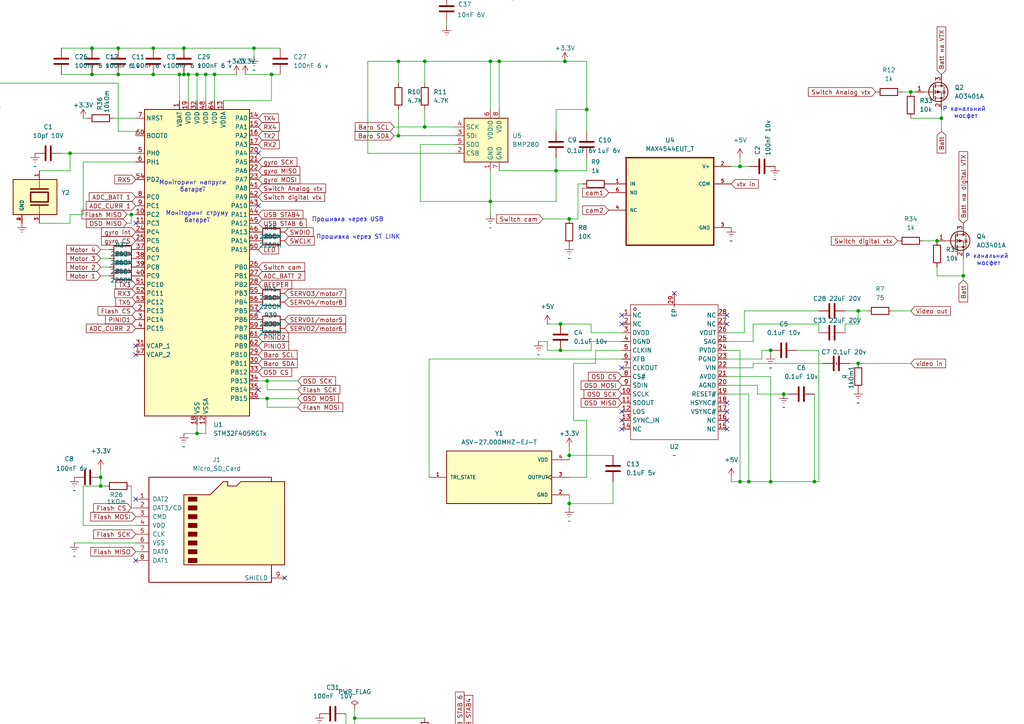
<source format=kicad_sch>
(kicad_sch (version 20231120) (generator "eeschema") (generator_version "8.0")
  (paper "A4")
  (junction (at -22.86 -20.32))
  (junction (at 236.22 139.7))
  (junction (at 223.52 101.6))
  (junction (at -67.31 -20.32))
  (junction (at 271.78 69.85))
  (junction (at 77.47 115.57))
  (junction (at -21.59 167.64))
  (junction (at -105.41 161.29))
  (junction (at -53.34 167.64))
  (junction (at 163.83 17.78))
  (junction (at -57.15 -20.32))
  (junction (at 29.21 138.43))
  (junction (at -46.99 73.66))
  (junction (at -109.22 53.34))
  (junction (at 198.12 -33.02))
  (junction (at 161.29 49.53))
  (junction (at 170.18 31.75))
  (junction (at 52.07 21.59))
  (junction (at -77.47 1.27))
  (junction (at 26.67 21.59))
  (junction (at 223.52 139.7))
  (junction (at 54.61 21.59))
  (junction (at 57.15 125.73))
  (junction (at 44.45 21.59))
  (junction (at -93.98 -16.51))
  (junction (at -29.21 73.66))
  (junction (at -49.53 181.61))
  (junction (at -100.33 53.34))
  (junction (at 53.34 21.59))
  (junction (at 62.23 21.59))
  (junction (at 34.29 21.59))
  (junction (at -44.45 -10.16))
  (junction (at 217.17 139.7))
  (junction (at -35.56 -20.32))
  (junction (at 26.67 13.97))
  (junction (at -57.15 -10.16))
  (junction (at 34.29 13.97))
  (junction (at 279.4 80.01))
  (junction (at -96.52 161.29))
  (junction (at 144.78 17.78))
  (junction (at 165.1 63.5))
  (junction (at -17.78 167.64))
  (junction (at 100.33 214.63))
  (junction (at 29.21 140.97))
  (junction (at -77.47 -20.32))
  (junction (at 77.47 110.49))
  (junction (at 44.45 13.97))
  (junction (at -72.39 64.77))
  (junction (at 20.32 44.45))
  (junction (at 57.15 21.59))
  (junction (at -54.61 -50.8))
  (junction (at -25.4 181.61))
  (junction (at 82.55 257.81))
  (junction (at 248.92 105.41))
  (junction (at 120.65 222.25))
  (junction (at 264.16 26.67))
  (junction (at 227.33 114.3))
  (junction (at -100.33 73.66))
  (junction (at -25.4 59.69))
  (junction (at 78.74 21.59))
  (junction (at -35.56 -10.16))
  (junction (at -53.34 73.66))
  (junction (at -67.31 -10.16))
  (junction (at -8.89 -20.32))
  (junction (at -95.25 13.97))
  (junction (at 162.56 93.98))
  (junction (at 248.92 90.17))
  (junction (at 273.05 34.29))
  (junction (at -78.74 13.97))
  (junction (at 214.63 48.26))
  (junction (at -119.38 53.34))
  (junction (at 142.24 58.42))
  (junction (at 38.1 62.23))
  (junction (at -22.86 -10.16))
  (junction (at 142.24 17.78))
  (junction (at 102.87 208.28))
  (junction (at -11.43 167.64))
  (junction (at -57.15 59.69))
  (junction (at -107.95 161.29))
  (junction (at 198.12 -40.64))
  (junction (at 123.19 17.78))
  (junction (at 203.2 -40.64))
  (junction (at 214.63 139.7))
  (junction (at 123.19 36.83))
  (junction (at 59.69 21.59))
  (junction (at 53.34 13.97))
  (junction (at -43.18 181.61))
  (junction (at -21.59 59.69))
  (junction (at 129.54 -2.54))
  (junction (at 162.56 101.6))
  (junction (at -29.21 -50.8))
  (junction (at 115.57 39.37))
  (junction (at 115.57 17.78))
  (junction (at 73.66 13.97))
  (junction (at 165.1 132.08))
  (junction (at -96.52 181.61))
  (junction (at 165.1 146.05))
  (no_connect (at 74.93 113.03))
  (no_connect (at 97.79 240.03))
  (no_connect (at 180.34 93.98))
  (no_connect (at 210.82 93.98))
  (no_connect (at 180.34 91.44))
  (no_connect (at 39.37 102.87))
  (no_connect (at 210.82 91.44))
  (no_connect (at 74.93 257.81))
  (no_connect (at 74.93 59.69))
  (no_connect (at 153.67 -2.54))
  (no_connect (at 210.82 119.38))
  (no_connect (at 39.37 162.56))
  (no_connect (at 195.58 85.09))
  (no_connect (at 74.93 90.17))
  (no_connect (at 180.34 124.46))
  (no_connect (at 97.79 247.65))
  (no_connect (at 39.37 64.77))
  (no_connect (at 180.34 106.68))
  (no_connect (at 39.37 144.78))
  (no_connect (at 102.87 -50.8))
  (no_connect (at 97.79 250.19))
  (no_connect (at 210.82 116.84))
  (no_connect (at 194.31 -55.88))
  (no_connect (at 82.55 167.64))
  (no_connect (at 210.82 124.46))
  (no_connect (at 74.93 44.45))
  (no_connect (at 180.34 119.38))
  (no_connect (at 97.79 234.95))
  (no_connect (at 194.31 -50.8))
  (no_connect (at 102.87 -45.72))
  (no_connect (at 210.82 121.92))
  (no_connect (at 180.34 121.92))
  (no_connect (at 39.37 100.33))
  (wire (pts (xy 34.29 13.97) (xy 44.45 13.97)))
  (wire (pts (xy 106.68 222.25) (xy 107.95 222.25)))
  (wire (pts (xy 102.87 205.74) (xy 102.87 208.28)))
  (wire (pts (xy 165.1 146.05) (xy 165.1 143.51)))
  (wire (pts (xy -86.36 194.31) (xy -81.28 194.31)))
  (wire (pts (xy 219.71 111.76) (xy 219.71 114.3)))
  (wire (pts (xy -78.74 13.97) (xy -77.47 13.97)))
  (wire (pts (xy 67.31 -62.23) (xy 67.31 -59.69)))
  (wire (pts (xy 129.54 -2.54) (xy 129.54 -1.27)))
  (wire (pts (xy -57.15 -20.32) (xy -52.07 -20.32)))
  (wire (pts (xy -54.61 -50.8) (xy -54.61 -52.07)))
  (wire (pts (xy -53.34 167.64) (xy -52.07 167.64)))
  (wire (pts (xy 24.13 140.97) (xy 29.21 140.97)))
  (wire (pts (xy 102.87 208.28) (xy 102.87 214.63)))
  (wire (pts (xy 245.11 93.98) (xy 245.11 96.52)))
  (wire (pts (xy 214.63 101.6) (xy 214.63 139.7)))
  (wire (pts (xy -90.17 86.36) (xy -85.09 86.36)))
  (wire (pts (xy 172.72 105.41) (xy 166.37 105.41)))
  (wire (pts (xy -100.33 73.66) (xy -85.09 73.66)))
  (wire (pts (xy -5.08 24.13) (xy 34.29 24.13)))
  (wire (pts (xy 78.74 29.21) (xy 78.74 21.59)))
  (wire (pts (xy 261.62 26.67) (xy 264.16 26.67)))
  (wire (pts (xy -93.98 -16.51) (xy -93.98 -20.32)))
  (wire (pts (xy 29.21 80.01) (xy 31.75 80.01)))
  (wire (pts (xy 198.12 -33.02) (xy 203.2 -33.02)))
  (wire (pts (xy 30.48 140.97) (xy 29.21 140.97)))
  (wire (pts (xy -100.33 60.96) (xy -100.33 73.66)))
  (wire (pts (xy 29.21 72.39) (xy 31.75 72.39)))
  (wire (pts (xy 121.92 58.42) (xy 142.24 58.42)))
  (wire (pts (xy 135.89 232.41) (xy 135.89 233.68)))
  (wire (pts (xy 170.18 138.43) (xy 165.1 138.43)))
  (wire (pts (xy 55.88 -57.15) (xy 67.31 -57.15)))
  (wire (pts (xy 271.78 80.01) (xy 279.4 80.01)))
  (wire (pts (xy 144.78 17.78) (xy 163.83 17.78)))
  (wire (pts (xy 21.59 -58.42) (xy 21.59 -60.96)))
  (wire (pts (xy -59.69 86.36) (xy -55.88 86.36)))
  (wire (pts (xy 59.69 125.73) (xy 57.15 125.73)))
  (wire (pts (xy 217.17 139.7) (xy 223.52 139.7)))
  (wire (pts (xy 73.66 13.97) (xy 81.28 13.97)))
  (wire (pts (xy -46.99 176.53) (xy -43.18 176.53)))
  (wire (pts (xy -53.34 73.66) (xy -46.99 73.66)))
  (wire (pts (xy -59.69 -50.8) (xy -54.61 -50.8)))
  (wire (pts (xy 142.24 58.42) (xy 142.24 62.23)))
  (wire (pts (xy 115.57 31.75) (xy 115.57 39.37)))
  (wire (pts (xy -93.98 -20.32) (xy -77.47 -20.32)))
  (wire (pts (xy 212.09 139.7) (xy 214.63 139.7)))
  (wire (pts (xy 59.69 21.59) (xy 59.69 29.21)))
  (wire (pts (xy -82.55 1.27) (xy -77.47 1.27)))
  (wire (pts (xy -35.56 -20.32) (xy -22.86 -20.32)))
  (wire (pts (xy 161.29 31.75) (xy 170.18 31.75)))
  (wire (pts (xy 166.37 105.41) (xy 166.37 121.92)))
  (wire (pts (xy 210.82 111.76) (xy 219.71 111.76)))
  (wire (pts (xy 34.29 21.59) (xy 44.45 21.59)))
  (wire (pts (xy 123.19 31.75) (xy 123.19 36.83)))
  (wire (pts (xy 24.13 62.23) (xy 20.32 62.23)))
  (wire (pts (xy 218.44 93.98) (xy 237.49 93.98)))
  (wire (pts (xy -85.09 80.01) (xy -91.44 80.01)))
  (wire (pts (xy 123.19 -2.54) (xy 129.54 -2.54)))
  (wire (pts (xy -21.59 167.64) (xy -17.78 167.64)))
  (wire (pts (xy 220.98 101.6) (xy 223.52 101.6)))
  (wire (pts (xy 162.56 101.6) (xy 158.75 101.6)))
  (wire (pts (xy 78.74 21.59) (xy 81.28 21.59)))
  (wire (pts (xy 215.9 96.52) (xy 215.9 90.17)))
  (wire (pts (xy 214.63 139.7) (xy 217.17 139.7)))
  (wire (pts (xy 210.82 114.3) (xy 217.17 114.3)))
  (wire (pts (xy 38.1 62.23) (xy 39.37 62.23)))
  (wire (pts (xy 97.79 224.79) (xy 105.41 224.79)))
  (wire (pts (xy -87.63 167.64) (xy -53.34 167.64)))
  (wire (pts (xy 165.1 147.32) (xy 165.1 146.05)))
  (wire (pts (xy 279.4 80.01) (xy 279.4 74.93)))
  (wire (pts (xy 170.18 17.78) (xy 170.18 31.75)))
  (wire (pts (xy 227.33 114.3) (xy 219.71 114.3)))
  (wire (pts (xy 120.65 214.63) (xy 120.65 222.25)))
  (wire (pts (xy -100.33 86.36) (xy -97.79 86.36)))
  (wire (pts (xy 11.43 64.77) (xy 20.32 64.77)))
  (wire (pts (xy 264.16 34.29) (xy 273.05 34.29)))
  (wire (pts (xy -68.58 1.27) (xy -77.47 1.27)))
  (wire (pts (xy 29.21 135.89) (xy 29.21 138.43)))
  (wire (pts (xy 171.45 101.6) (xy 162.56 101.6)))
  (wire (pts (xy 236.22 139.7) (xy 237.49 139.7)))
  (wire (pts (xy 57.15 123.19) (xy 57.15 125.73)))
  (wire (pts (xy -80.01 13.97) (xy -78.74 13.97)))
  (wire (pts (xy 24.13 46.99) (xy 24.13 62.23)))
  (wire (pts (xy 77.47 118.11) (xy 77.47 115.57)))
  (wire (pts (xy 57.15 21.59) (xy 59.69 21.59)))
  (wire (pts (xy 71.12 21.59) (xy 78.74 21.59)))
  (wire (pts (xy -125.73 53.34) (xy -119.38 53.34)))
  (wire (pts (xy -91.44 59.69) (xy -57.15 59.69)))
  (wire (pts (xy 77.47 115.57) (xy 86.36 115.57)))
  (wire (pts (xy 267.97 69.85) (xy 271.78 69.85)))
  (wire (pts (xy -44.45 -10.16) (xy -35.56 -10.16)))
  (wire (pts (xy 86.36 110.49) (xy 77.47 110.49)))
  (wire (pts (xy 52.07 21.59) (xy 53.34 21.59)))
  (wire (pts (xy -22.86 -17.78) (xy -22.86 -20.32)))
  (wire (pts (xy -22.86 39.37) (xy -29.21 39.37)))
  (wire (pts (xy 24.13 140.97) (xy 24.13 152.4)))
  (wire (pts (xy -50.8 68.58) (xy -46.99 68.58)))
  (wire (pts (xy 123.19 227.33) (xy 128.27 227.33)))
  (wire (pts (xy 167.64 53.34) (xy 168.91 53.34)))
  (wire (pts (xy -25.4 59.69) (xy -25.4 73.66)))
  (wire (pts (xy 29.21 74.93) (xy 31.75 74.93)))
  (wire (pts (xy 24.13 152.4) (xy 39.37 152.4)))
  (wire (pts (xy 54.61 21.59) (xy 54.61 29.21)))
  (wire (pts (xy 17.78 13.97) (xy 26.67 13.97)))
  (wire (pts (xy 177.8 146.05) (xy 165.1 146.05)))
  (wire (pts (xy 129.54 6.35) (xy 129.54 7.62)))
  (wire (pts (xy 106.68 17.78) (xy 115.57 17.78)))
  (wire (pts (xy -29.21 -50.8) (xy -29.21 -46.99)))
  (wire (pts (xy 77.47 115.57) (xy 74.93 115.57)))
  (wire (pts (xy 220.98 104.14) (xy 210.82 104.14)))
  (wire (pts (xy 38.1 62.23) (xy 36.83 62.23)))
  (wire (pts (xy -29.21 -50.8) (xy -29.21 -52.07)))
  (wire (pts (xy 36.83 64.77) (xy 38.1 64.77)))
  (wire (pts (xy 157.48 63.5) (xy 165.1 63.5)))
  (wire (pts (xy 144.78 49.53) (xy 161.29 49.53)))
  (wire (pts (xy -43.18 181.61) (xy -35.56 181.61)))
  (wire (pts (xy 228.6 114.3) (xy 227.33 114.3)))
  (wire (pts (xy -26.67 44.45) (xy -21.59 44.45)))
  (wire (pts (xy 132.08 41.91) (xy 121.92 41.91)))
  (wire (pts (xy 245.11 93.98) (xy 248.92 93.98)))
  (wire (pts (xy 120.65 237.49) (xy 120.65 233.68)))
  (wire (pts (xy 114.3 36.83) (xy 123.19 36.83)))
  (wire (pts (xy -54.61 187.96) (xy -54.61 189.23)))
  (wire (pts (xy 123.19 36.83) (xy 132.08 36.83)))
  (wire (pts (xy 245.11 90.17) (xy 248.92 90.17)))
  (wire (pts (xy -87.63 187.96) (xy -87.63 167.64)))
  (wire (pts (xy 163.83 17.78) (xy 170.18 17.78)))
  (wire (pts (xy 114.3 39.37) (xy 115.57 39.37)))
  (wire (pts (xy 38.1 64.77) (xy 38.1 62.23)))
  (wire (pts (xy 259.08 90.17) (xy 264.16 90.17)))
  (wire (pts (xy 59.69 123.19) (xy 59.69 125.73)))
  (wire (pts (xy 161.29 49.53) (xy 161.29 58.42)))
  (wire (pts (xy 218.44 99.06) (xy 218.44 93.98)))
  (wire (pts (xy 21.59 -53.34) (xy 21.59 -50.8)))
  (wire (pts (xy 44.45 13.97) (xy 53.34 13.97)))
  (wire (pts (xy 135.89 233.68) (xy 120.65 233.68)))
  (wire (pts (xy 20.32 44.45) (xy 20.32 49.53)))
  (wire (pts (xy -72.39 95.25) (xy -72.39 97.79)))
  (wire (pts (xy 123.19 17.78) (xy 142.24 17.78)))
  (wire (pts (xy 115.57 17.78) (xy 123.19 17.78)))
  (wire (pts (xy -58.42 80.01) (xy -58.42 81.28)))
  (wire (pts (xy 161.29 31.75) (xy 161.29 38.1)))
  (wire (pts (xy 39.37 38.1) (xy 39.37 39.37)))
  (wire (pts (xy -72.39 53.34) (xy -72.39 64.77)))
  (wire (pts (xy -5.08 24.13) (xy -5.08 36.83)))
  (wire (pts (xy -107.95 73.66) (xy -107.95 76.2)))
  (wire (pts (xy -54.61 189.23) (xy -49.53 189.23)))
  (wire (pts (xy 248.92 93.98) (xy 248.92 90.17)))
  (wire (pts (xy -22.86 -10.16) (xy -20.32 -10.16)))
  (wire (pts (xy 180.34 99.06) (xy 171.45 99.06)))
  (wire (pts (xy 24.13 -53.34) (xy 21.59 -53.34)))
  (wire (pts (xy 237.49 93.98) (xy 237.49 96.52)))
  (wire (pts (xy -31.75 73.66) (xy -29.21 73.66)))
  (wire (pts (xy 223.52 139.7) (xy 236.22 139.7)))
  (wire (pts (xy 97.79 232.41) (xy 133.35 232.41)))
  (wire (pts (xy 223.52 109.22) (xy 223.52 139.7)))
  (wire (pts (xy -49.53 181.61) (xy -43.18 181.61)))
  (wire (pts (xy -25.4 189.23) (xy -25.4 191.77)))
  (wire (pts (xy 123.19 17.78) (xy 123.19 24.13)))
  (wire (pts (xy -121.92 161.29) (xy -107.95 161.29)))
  (wire (pts (xy 106.68 17.78) (xy 106.68 44.45)))
  (wire (pts (xy 214.63 48.26) (xy 212.09 48.26)))
  (wire (pts (xy 210.82 106.68) (xy 218.44 106.68)))
  (wire (pts (xy 212.09 138.43) (xy 212.09 139.7)))
  (wire (pts (xy 162.56 93.98) (xy 158.75 93.98)))
  (wire (pts (xy -72.39 64.77) (xy -72.39 67.31)))
  (wire (pts (xy -81.28 187.96) (xy -87.63 187.96)))
  (wire (pts (xy 248.92 105.41) (xy 264.16 105.41)))
  (wire (pts (xy 34.29 38.1) (xy 39.37 38.1)))
  (wire (pts (xy 38.1 147.32) (xy 39.37 147.32)))
  (wire (pts (xy -96.52 161.29) (xy -68.58 161.29)))
  (wire (pts (xy 218.44 105.41) (xy 218.44 106.68)))
  (wire (pts (xy -58.42 81.28) (xy -53.34 81.28)))
  (wire (pts (xy 264.16 26.67) (xy 265.43 26.67)))
  (wire (pts (xy -44.45 -12.7) (xy -44.45 -10.16)))
  (wire (pts (xy 62.23 21.59) (xy 68.58 21.59)))
  (wire (pts (xy 161.29 49.53) (xy 170.18 49.53)))
  (wire (pts (xy 54.61 21.59) (xy 57.15 21.59)))
  (wire (pts (xy -67.31 -20.32) (xy -67.31 -17.78)))
  (wire (pts (xy -77.47 -12.7) (xy -77.47 -11.43)))
  (wire (pts (xy 218.44 105.41) (xy 238.76 105.41)))
  (wire (pts (xy -21.59 181.61) (xy -25.4 181.61)))
  (wire (pts (xy -17.78 167.64) (xy -11.43 167.64)))
  (wire (pts (xy 24.13 46.99) (xy 39.37 46.99)))
  (wire (pts (xy -67.31 -20.32) (xy -57.15 -20.32)))
  (wire (pts (xy 97.79 227.33) (xy 106.68 227.33)))
  (wire (pts (xy 100.33 219.71) (xy 100.33 214.63)))
  (wire (pts (xy 115.57 17.78) (xy 115.57 24.13)))
  (wire (pts (xy -8.89 -20.32) (xy 5.08 -20.32)))
  (wire (pts (xy 106.68 44.45) (xy 132.08 44.45)))
  (wire (pts (xy 82.55 257.81) (xy 82.55 256.54)))
  (wire (pts (xy 220.98 101.6) (xy 220.98 104.14)))
  (wire (pts (xy 33.02 34.29) (xy 39.37 34.29)))
  (wire (pts (xy 38.1 140.97) (xy 38.1 147.32)))
  (wire (pts (xy 142.24 17.78) (xy 144.78 17.78)))
  (wire (pts (xy 170.18 31.75) (xy 170.18 38.1)))
  (wire (pts (xy -96.52 194.31) (xy -93.98 194.31)))
  (wire (pts (xy 161.29 58.42) (xy 142.24 58.42)))
  (wire (pts (xy -105.41 161.29) (xy -96.52 161.29)))
  (wire (pts (xy -68.58 -10.16) (xy -68.58 1.27)))
  (wire (pts (xy 167.64 63.5) (xy 167.64 53.34)))
  (wire (pts (xy 162.56 93.98) (xy 171.45 93.98)))
  (wire (pts (xy 210.82 109.22) (xy 223.52 109.22)))
  (wire (pts (xy 158.75 101.6) (xy 158.75 99.06)))
  (wire (pts (xy -57.15 -17.78) (xy -57.15 -20.32)))
  (wire (pts (xy -35.56 -17.78) (xy -35.56 -20.32)))
  (wire (pts (xy -68.58 203.2) (xy -68.58 205.74)))
  (wire (pts (xy -96.52 168.91) (xy -96.52 181.61)))
  (wire (pts (xy 24.13 -58.42) (xy 21.59 -58.42)))
  (wire (pts (xy 215.9 90.17) (xy 237.49 90.17)))
  (wire (pts (xy 210.82 101.6) (xy 214.63 101.6)))
  (wire (pts (xy 161.29 45.72) (xy 161.29 49.53)))
  (wire (pts (xy 129.54 -2.54) (xy 143.51 -2.54)))
  (wire (pts (xy -59.69 80.01) (xy -58.42 80.01)))
  (wire (pts (xy -13.97 -35.56) (xy -8.89 -35.56)))
  (wire (pts (xy -91.44 80.01) (xy -91.44 59.69)))
  (wire (pts (xy -34.29 -50.8) (xy -29.21 -50.8)))
  (wire (pts (xy -35.56 -10.16) (xy -22.86 -10.16)))
  (wire (pts (xy 144.78 31.75) (xy 144.78 17.78)))
  (wire (pts (xy 273.05 31.75) (xy 273.05 34.29)))
  (wire (pts (xy -67.31 -10.16) (xy -57.15 -10.16)))
  (wire (pts (xy 102.87 208.28) (xy 123.19 208.28)))
  (wire (pts (xy -46.99 73.66) (xy -39.37 73.66)))
  (wire (pts (xy 100.33 214.63) (xy 102.87 214.63)))
  (wire (pts (xy 177.8 139.7) (xy 177.8 146.05)))
  (wire (pts (xy -68.58 -10.16) (xy -67.31 -10.16)))
  (wire (pts (xy 17.78 21.59) (xy 26.67 21.59)))
  (wire (pts (xy 165.1 63.5) (xy 167.64 63.5)))
  (wire (pts (xy 142.24 49.53) (xy 142.24 58.42)))
  (wire (pts (xy -55.88 194.31) (xy -52.07 194.31)))
  (wire (pts (xy -100.33 53.34) (xy -72.39 53.34)))
  (wire (pts (xy -57.15 59.69) (xy -55.88 59.69)))
  (wire (pts (xy -22.86 152.4) (xy -17.78 152.4)))
  (wire (pts (xy -104.14 181.61) (xy -104.14 184.15)))
  (wire (pts (xy -21.59 59.69) (xy -7.62 59.69)))
  (wire (pts (xy 29.21 77.47) (xy 31.75 77.47)))
  (wire (pts (xy 142.24 31.75) (xy 142.24 17.78)))
  (wire (pts (xy 20.32 44.45) (xy 39.37 44.45)))
  (wire (pts (xy 115.57 222.25) (xy 120.65 222.25)))
  (wire (pts (xy -55.88 187.96) (xy -54.61 187.96)))
  (wire (pts (xy 44.45 21.59) (xy 52.07 21.59)))
  (wire (pts (xy 24.13 34.29) (xy 25.4 34.29)))
  (wire (pts (xy -107.95 153.67) (xy -107.95 161.29)))
  (wire (pts (xy 77.47 118.11) (xy 86.36 118.11)))
  (wire (pts (xy 156.21 99.06) (xy 158.75 99.06)))
  (wire (pts (xy 210.82 99.06) (xy 218.44 99.06)))
  (wire (pts (xy -52.07 201.93) (xy -52.07 203.2)))
  (wire (pts (xy 165.1 132.08) (xy 177.8 132.08)))
  (wire (pts (xy 236.22 114.3) (xy 236.22 139.7)))
  (wire (pts (xy 165.1 132.08) (xy 165.1 129.54)))
  (wire (pts (xy -119.38 53.34) (xy -109.22 53.34)))
  (wire (pts (xy -107.95 161.29) (xy -105.41 161.29)))
  (wire (pts (xy 171.45 96.52) (xy 171.45 93.98)))
  (wire (pts (xy -29.21 81.28) (xy -29.21 83.82)))
  (wire (pts (xy 105.41 224.79) (xy 105.41 214.63)))
  (wire (pts (xy 26.67 21.59) (xy 34.29 21.59)))
  (wire (pts (xy 203.2 -40.64) (xy 215.9 -40.64)))
  (wire (pts (xy -96.52 181.61) (xy -81.28 181.61)))
  (wire (pts (xy 115.57 39.37) (xy 132.08 39.37)))
  (wire (pts (xy 171.45 99.06) (xy 171.45 101.6)))
  (wire (pts (xy 106.68 222.25) (xy 106.68 227.33)))
  (wire (pts (xy 214.63 48.26) (xy 217.17 48.26)))
  (wire (pts (xy -54.61 -50.8) (xy -54.61 -46.99)))
  (wire (pts (xy 237.49 101.6) (xy 237.49 139.7)))
  (wire (pts (xy -77.47 1.27) (xy -77.47 -3.81)))
  (wire (pts (xy 246.38 105.41) (xy 248.92 105.41)))
  (wire (pts (xy 26.67 13.97) (xy 34.29 13.97)))
  (wire (pts (xy 53.34 13.97) (xy 73.66 13.97)))
  (wire (pts (xy 114.3 214.63) (xy 120.65 214.63)))
  (wire (pts (xy 170.18 121.92) (xy 170.18 138.43)))
  (wire (pts (xy 62.23 21.59) (xy 62.23 29.21)))
  (wire (pts (xy 166.37 121.92) (xy 170.18 121.92)))
  (wire (pts (xy 77.47 110.49) (xy 74.93 110.49)))
  (wire (pts (xy -22.86 -20.32) (xy -8.89 -20.32)))
  (wire (pts (xy 214.63 45.72) (xy 214.63 48.26)))
  (wire (pts (xy -11.43 167.64) (xy -7.62 167.64)))
  (wire (pts (xy 100.33 207.01) (xy 100.33 214.63)))
  (wire (pts (xy -93.98 8.89) (xy -93.98 -16.51)))
  (wire (pts (xy -77.47 -20.32) (xy -67.31 -20.32)))
  (wire (pts (xy 97.79 219.71) (xy 100.33 219.71)))
  (wire (pts (xy -59.69 73.66) (xy -53.34 73.66)))
  (wire (pts (xy 172.72 101.6) (xy 172.72 105.41)))
  (wire (pts (xy 17.78 44.45) (xy 20.32 44.45)))
  (wire (pts (xy -36.83 -20.32) (xy -35.56 -20.32)))
  (wire (pts (xy 121.92 41.91) (xy 121.92 58.42)))
  (wire (pts (xy -87.63 8.89) (xy -93.98 8.89)))
  (wire (pts (xy -44.45 167.64) (xy -21.59 167.64)))
  (wire (pts (xy 52.07 21.59) (xy 52.07 29.21)))
  (wire (pts (xy 210.82 96.52) (xy 215.9 96.52)))
  (wire (pts (xy 34.29 24.13) (xy 34.29 38.1)))
  (wire (pts (xy -25.4 34.29) (xy -15.24 34.29)))
  (wire (pts (xy 170.18 45.72) (xy 170.18 49.53)))
  (wire (pts (xy -21.59 167.64) (xy -21.59 181.61)))
  (wire (pts (xy 73.66 13.97) (xy 73.66 16.51)))
  (wire (pts (xy 20.32 64.77) (xy 20.32 62.23)))
  (wire (pts (xy 97.79 237.49) (xy 120.65 237.49)))
  (wire (pts (xy 180.34 101.6) (xy 172.72 101.6)))
  (wire (pts (xy 231.14 101.6) (xy 237.49 101.6)))
  (wire (pts (xy 279.4 81.28) (xy 279.4 80.01)))
  (wire (pts (xy -27.94 181.61) (xy -25.4 181.61)))
  (wire (pts (xy -109.22 53.34) (xy -100.33 53.34)))
  (wire (pts (xy 53.34 21.59) (xy 54.61 21.59)))
  (wire (pts (xy 217.17 114.3) (xy 217.17 139.7)))
  (wire (pts (xy -96.52 13.97) (xy -95.25 13.97)))
  (wire (pts (xy 194.31 -40.64) (xy 198.12 -40.64)))
  (wire (pts (xy 59.69 -62.23) (xy 67.31 -62.23)))
  (wire (pts (xy -57.15 -10.16) (xy -44.45 -10.16)))
  (wire (pts (xy -55.88 93.98) (xy -55.88 95.25)))
  (wire (pts (xy 12.7 -45.72) (xy 13.97 -45.72)))
  (wire (pts (xy 120.65 222.25) (xy 120.65 223.52)))
  (wire (pts (xy 273.05 34.29) (xy 273.05 38.1)))
  (wire (pts (xy -20.32 -10.16) (xy -20.32 -2.54)))
  (wire (pts (xy 57.15 21.59) (xy 57.15 29.21)))
  (wire (pts (xy 271.78 77.47) (xy 271.78 80.01)))
  (wire (pts (xy -68.58 172.72) (xy -68.58 161.29)))
  (wire (pts (xy 165.1 133.35) (xy 165.1 132.08)))
  (wire (pts (xy 248.92 90.17) (xy 251.46 90.17)))
  (wire (pts (xy 180.34 96.52) (xy 171.45 96.52)))
  (wire (pts (xy 198.12 -40.64) (xy 203.2 -40.64)))
  (wire (pts (xy 86.36 113.03) (xy 77.47 113.03)))
  (wire (pts (xy 223.52 102.87) (xy 223.52 101.6)))
  (wire (pts (xy -25.4 73.66) (xy -29.21 73.66)))
  (wire (pts (xy 64.77 29.21) (xy 78.74 29.21)))
  (wire (pts (xy 124.46 104.14) (xy 124.46 138.43)))
  (wire (pts (xy 180.34 104.14) (xy 124.46 104.14)))
  (wire (pts (xy -48.26 59.69) (xy -25.4 59.69)))
  (wire (pts (xy -25.4 59.69) (xy -21.59 59.69)))
  (wire (pts (xy 59.69 21.59) (xy 62.23 21.59)))
  (wire (pts (xy 77.47 113.03) (xy 77.47 110.49)))
  (wire (pts (xy 11.43 49.53) (xy 20.32 49.53)))
  (wire (pts (xy -55.88 181.61) (xy -49.53 181.61)))
  (wire (pts (xy 198.12 -33.02) (xy 198.12 -26.67)))
  (wire (pts (xy 29.21 138.43) (xy 29.21 140.97)))
  (wire (pts (xy 123.19 215.9) (xy 123.19 227.33)))
  (wire (pts (xy 57.15 125.73) (xy 53.34 125.73)))
  (wire (pts (xy 21.59 157.48) (xy 39.37 157.48)))
  (wire (pts (xy 105.41 214.63) (xy 106.68 214.63)))
  (text "Прошивка через ST LINK\n\n" (at 103.886 69.85 0) (effects (font (size 1.27 1.27))))
  (text "Прошивка через USB\n" (at 100.838 63.754 0) (effects (font (size 1.27 1.27))))
  (text "P канальний\n мосфет\n" (at 279.654 32.766 0) (effects (font (size 1.27 1.27))))
  (text "Моніторинг напруги\nбатареї" (at 55.88 54.102 0) (effects (font (size 1.27 1.27))))
  (text "P канальний\n мосфет\n" (at 286.258 75.438 0) (effects (font (size 1.27 1.27))))
  (text "Моніторинг струму\nбатареї" (at 57.15 62.992 0) (effects (font (size 1.27 1.27))))
  (global_label "ADC_CURR 1" (shape input) (at 39.37 59.69 180) (property "Intersheetrefs" "${INTERSHEET_REFS}" (effects (hide yes))))
  (global_label "Batt" (shape input) (at 273.05 38.1 270) (property "Intersheetrefs" "${INTERSHEET_REFS}" (effects (hide yes))))
  (global_label "Switch cam" (shape input) (at 157.48 63.5 180) (property "Intersheetrefs" "${INTERSHEET_REFS}" (effects (hide yes))))
  (global_label "OSD MISO" (shape input) (at 180.34 116.84 180) (property "Intersheetrefs" "${INTERSHEET_REFS}" (effects (hide yes))))
  (global_label "Motor 3" (shape input) (at 29.21 74.93 180) (property "Intersheetrefs" "${INTERSHEET_REFS}" (effects (hide yes))))
  (global_label "Baro SCL" (shape input) (at 114.3 36.83 180) (property "Intersheetrefs" "${INTERSHEET_REFS}" (effects (hide yes))))
  (global_label "Baro SDA" (shape input) (at 74.93 105.41 0) (property "Intersheetrefs" "${INTERSHEET_REFS}" (effects (hide yes))))
  (global_label "BEEPER" (shape input) (at 5.08 -45.72 180) (property "Intersheetrefs" "${INTERSHEET_REFS}" (effects (hide yes))))
  (global_label "TX4" (shape input) (at 74.93 34.29 0) (property "Intersheetrefs" "${INTERSHEET_REFS}" (effects (hide yes))))
  (global_label "TX2" (shape input) (at 74.93 39.37 0) (property "Intersheetrefs" "${INTERSHEET_REFS}" (effects (hide yes))))
  (global_label "OSD SCK" (shape input) (at 86.36 110.49 0) (property "Intersheetrefs" "${INTERSHEET_REFS}" (effects (hide yes))))
  (global_label "LED" (shape input) (at 74.93 72.39 0) (property "Intersheetrefs" "${INTERSHEET_REFS}" (effects (hide yes))))
  (global_label "gyro CS" (shape input) (at 39.37 69.85 180) (property "Intersheetrefs" "${INTERSHEET_REFS}" (effects (hide yes))))
  (global_label "Flash CS" (shape input) (at 38.1 147.32 180) (property "Intersheetrefs" "${INTERSHEET_REFS}" (effects (hide yes))))
  (global_label "gnd" (shape input) (at 67.31 -30.48 180) (property "Intersheetrefs" "${INTERSHEET_REFS}" (effects (hide yes))))
  (global_label "cam2" (shape input) (at 176.53 60.96 180) (property "Intersheetrefs" "${INTERSHEET_REFS}" (effects (hide yes))))
  (global_label "Flash CS" (shape input) (at 39.37 90.17 180) (property "Intersheetrefs" "${INTERSHEET_REFS}" (effects (hide yes))))
  (global_label "Motor 2" (shape input) (at 67.31 -52.07 180) (property "Intersheetrefs" "${INTERSHEET_REFS}" (effects (hide yes))))
  (global_label "Motor 4" (shape input) (at 29.21 72.39 180) (property "Intersheetrefs" "${INTERSHEET_REFS}" (effects (hide yes))))
  (global_label "Video out" (shape input) (at 264.16 90.17 0) (property "Intersheetrefs" "${INTERSHEET_REFS}" (effects (hide yes))))
  (global_label "gyro MOSI" (shape input) (at 143.51 -93.98 90) (property "Intersheetrefs" "${INTERSHEET_REFS}" (effects (hide yes))))
  (global_label "Switch digital vtx" (shape input) (at 74.93 57.15 0) (property "Intersheetrefs" "${INTERSHEET_REFS}" (effects (hide yes))))
  (global_label "ADC_BATT 2" (shape input) (at 74.93 80.01 0) (property "Intersheetrefs" "${INTERSHEET_REFS}" (effects (hide yes))))
  (global_label "cam1" (shape input) (at 176.53 55.88 180) (property "Intersheetrefs" "${INTERSHEET_REFS}" (effects (hide yes))))
  (global_label "cam1" (shape input) (at 67.31 -27.94 180) (property "Intersheetrefs" "${INTERSHEET_REFS}" (effects (hide yes))))
  (global_label "RX4" (shape input) (at 67.31 -41.91 180) (property "Intersheetrefs" "${INTERSHEET_REFS}" (effects (hide yes))))
  (global_label "RX2" (shape input) (at 74.93 41.91 0) (property "Intersheetrefs" "${INTERSHEET_REFS}" (effects (hide yes))))
  (global_label "Batt на VTX" (shape input) (at 273.05 21.59 90) (property "Intersheetrefs" "${INTERSHEET_REFS}" (effects (hide yes))))
  (global_label "Flash SCK" (shape input) (at 39.37 154.94 180) (property "Intersheetrefs" "${INTERSHEET_REFS}" (effects (hide yes))))
  (global_label "OSD MOSI" (shape input) (at 86.36 115.57 0) (property "Intersheetrefs" "${INTERSHEET_REFS}" (effects (hide yes))))
  (global_label "Flash MOSI" (shape input) (at 39.37 149.86 180) (property "Intersheetrefs" "${INTERSHEET_REFS}" (effects (hide yes))))
  (global_label "cam2" (shape input) (at 67.31 -13.97 180) (property "Intersheetrefs" "${INTERSHEET_REFS}" (effects (hide yes))))
  (global_label "gyro MISO" (shape input) (at 74.93 49.53 0) (property "Intersheetrefs" "${INTERSHEET_REFS}" (effects (hide yes))))
  (global_label "Flash SCK" (shape input) (at 86.36 113.03 0) (property "Intersheetrefs" "${INTERSHEET_REFS}" (effects (hide yes))))
  (global_label "Switch Analog vtx" (shape input) (at 254 26.67 180) (property "Intersheetrefs" "${INTERSHEET_REFS}" (effects (hide yes))))
  (global_label "5v" (shape input) (at 67.31 -19.05 180) (property "Intersheetrefs" "${INTERSHEET_REFS}" (effects (hide yes))))
  (global_label "LED" (shape input) (at 26.67 -24.13 180) (property "Intersheetrefs" "${INTERSHEET_REFS}" (effects (hide yes))))
  (global_label "RX4" (shape input) (at 74.93 36.83 0) (property "Intersheetrefs" "${INTERSHEET_REFS}" (effects (hide yes))))
  (global_label "ADC_CURR 2" (shape input) (at 39.37 95.25 180) (property "Intersheetrefs" "${INTERSHEET_REFS}" (effects (hide yes))))
  (global_label "Motor 1" (shape input) (at 29.21 80.01 180) (property "Intersheetrefs" "${INTERSHEET_REFS}" (effects (hide yes))))
  (global_label "OSD MISO" (shape input) (at 36.83 64.77 180) (property "Intersheetrefs" "${INTERSHEET_REFS}" (effects (hide yes))))
  (global_label "RX3" (shape input) (at 39.37 85.09 180) (property "Intersheetrefs" "${INTERSHEET_REFS}" (effects (hide yes))))
  (global_label "USB STAB4" (shape input) (at 74.93 62.23 0) (property "Intersheetrefs" "${INTERSHEET_REFS}" (effects (hide yes))))
  (global_label "SWCLK" (shape input) (at 82.55 69.85 0) (property "Intersheetrefs" "${INTERSHEET_REFS}" (effects (hide yes))))
  (global_label "PINIO3" (shape input) (at 74.93 100.33 0) (property "Intersheetrefs" "${INTERSHEET_REFS}" (effects (hide yes))))
  (global_label "USB STAB 6" (shape input) (at 133.35 214.63 90) (property "Intersheetrefs" "${INTERSHEET_REFS}" (effects (hide yes))))
  (global_label "OSD MOSI" (shape input) (at 180.34 111.76 180) (property "Intersheetrefs" "${INTERSHEET_REFS}" (effects (hide yes))))
  (global_label "TX5" (shape input) (at 39.37 87.63 180) (property "Intersheetrefs" "${INTERSHEET_REFS}" (effects (hide yes))))
  (global_label "Baro SCL" (shape input) (at 74.93 102.87 0) (property "Intersheetrefs" "${INTERSHEET_REFS}" (effects (hide yes))))
  (global_label "Switch cam" (shape input) (at 74.93 77.47 0) (property "Intersheetrefs" "${INTERSHEET_REFS}" (effects (hide yes))))
  (global_label "vtx in" (shape input) (at 212.09 53.34 0) (property "Intersheetrefs" "${INTERSHEET_REFS}" (effects (hide yes))))
  (global_label "SERVO4{slash}motor8" (shape input) (at 82.55 87.63 0) (property "Intersheetrefs" "${INTERSHEET_REFS}" (effects (hide yes))))
  (global_label "BEEPER" (shape input) (at 74.93 82.55 0) (property "Intersheetrefs" "${INTERSHEET_REFS}" (effects (hide yes))))
  (global_label "OSD CS" (shape input) (at 74.93 107.95 0) (property "Intersheetrefs" "${INTERSHEET_REFS}" (effects (hide yes))))
  (global_label "RX5" (shape input) (at 39.37 52.07 180) (property "Intersheetrefs" "${INTERSHEET_REFS}" (effects (hide yes))))
  (global_label "ADC_CURR 1" (shape input) (at 67.31 -44.45 180) (property "Intersheetrefs" "${INTERSHEET_REFS}" (effects (hide yes))))
  (global_label "gyro SCK" (shape input) (at 148.59 -93.98 90) (property "Intersheetrefs" "${INTERSHEET_REFS}" (effects (hide yes))))
  (global_label "gyro int" (shape input) (at 102.87 -40.64 180) (property "Intersheetrefs" "${INTERSHEET_REFS}" (effects (hide yes))))
  (global_label "Motor 4" (shape input) (at 67.31 -46.99 180) (property "Intersheetrefs" "${INTERSHEET_REFS}" (effects (hide yes))))
  (global_label "Flash MISO" (shape input) (at 36.83 62.23 180) (property "Intersheetrefs" "${INTERSHEET_REFS}" (effects (hide yes))))
  (global_label "gyro int" (shape input) (at 39.37 67.31 180) (property "Intersheetrefs" "${INTERSHEET_REFS}" (effects (hide yes))))
  (global_label "USB STAB4" (shape input) (at 135.89 214.63 90) (property "Intersheetrefs" "${INTERSHEET_REFS}" (effects (hide yes))))
  (global_label "gyro SCK" (shape input) (at 74.93 46.99 0) (property "Intersheetrefs" "${INTERSHEET_REFS}" (effects (hide yes))))
  (global_label "PINIO1" (shape input) (at 39.37 92.71 180) (property "Intersheetrefs" "${INTERSHEET_REFS}" (effects (hide yes))))
  (global_label "OSD CS" (shape input) (at 180.34 109.22 180) (property "Intersheetrefs" "${INTERSHEET_REFS}" (effects (hide yes))))
  (global_label "gnd" (shape input) (at 67.31 -16.51 180) (property "Intersheetrefs" "${INTERSHEET_REFS}" (effects (hide yes))))
  (global_label "SERVO2{slash}motor6" (shape input) (at 82.55 95.25 0) (property "Intersheetrefs" "${INTERSHEET_REFS}" (effects (hide yes))))
  (global_label "SWDIO" (shape input) (at 82.55 67.31 0) (property "Intersheetrefs" "${INTERSHEET_REFS}" (effects (hide yes))))
  (global_label "SERVO1{slash}motor5" (shape input) (at 82.55 92.71 0) (property "Intersheetrefs" "${INTERSHEET_REFS}" (effects (hide yes))))
  (global_label "5v" (shape input) (at 67.31 -33.02 180) (property "Intersheetrefs" "${INTERSHEET_REFS}" (effects (hide yes))))
  (global_label "Motor 2" (shape input) (at 29.21 77.47 180) (property "Intersheetrefs" "${INTERSHEET_REFS}" (effects (hide yes))))
  (global_label "TX3" (shape input) (at 39.37 82.55 180) (property "Intersheetrefs" "${INTERSHEET_REFS}" (effects (hide yes))))
  (global_label "ADC_BATT 1" (shape input) (at -34.29 -50.8 180) (property "Intersheetrefs" "${INTERSHEET_REFS}" (effects (hide yes))))
  (global_label "OSD SCK" (shape input) (at 180.34 114.3 180) (property "Intersheetrefs" "${INTERSHEET_REFS}" (effects (hide yes))))
  (global_label "SERVO3{slash}motor7" (shape input) (at 82.55 85.09 0) (property "Intersheetrefs" "${INTERSHEET_REFS}" (effects (hide yes))))
  (global_label "Switch Analog vtx" (shape input) (at 74.93 54.61 0) (property "Intersheetrefs" "${INTERSHEET_REFS}" (effects (hide yes))))
  (global_label "Motor 1" (shape input) (at 67.31 -54.61 180) (property "Intersheetrefs" "${INTERSHEET_REFS}" (effects (hide yes))))
  (global_label "USB STAB 6" (shape input) (at 74.93 64.77 0) (property "Intersheetrefs" "${INTERSHEET_REFS}" (effects (hide yes))))
  (global_label "PINIO2" (shape input) (at 74.93 97.79 0) (property "Intersheetrefs" "${INTERSHEET_REFS}" (effects (hide yes))))
  (global_label "Flash MOSI" (shape input) (at 86.36 118.11 0) (property "Intersheetrefs" "${INTERSHEET_REFS}" (effects (hide yes))))
  (global_label "Motor 3" (shape input) (at 67.31 -49.53 180) (property "Intersheetrefs" "${INTERSHEET_REFS}" (effects (hide yes))))
  (global_label "video in" (shape input) (at 264.16 105.41 0) (property "Intersheetrefs" "${INTERSHEET_REFS}" (effects (hide yes))))
  (global_label "ADC_BATT 1" (shape input) (at 39.37 57.15 180) (property "Intersheetrefs" "${INTERSHEET_REFS}" (effects (hide yes))))
  (global_label "Flash MISO" (shape input) (at 39.37 160.02 180) (property "Intersheetrefs" "${INTERSHEET_REFS}" (effects (hide yes))))
  (global_label "Batt" (shape input) (at 279.4 81.28 270) (property "Intersheetrefs" "${INTERSHEET_REFS}" (effects (hide yes))))
  (global_label "gyro MOSI" (shape input) (at 74.93 52.07 0) (property "Intersheetrefs" "${INTERSHEET_REFS}" (effects (hide yes))))
  (global_label "ADC_BATT 2" (shape input) (at -59.69 -50.8 180) (property "Intersheetrefs" "${INTERSHEET_REFS}" (effects (hide yes))))
  (global_label "Batt на digital VTX" (shape input) (at 279.4 64.77 90) (property "Intersheetrefs" "${INTERSHEET_REFS}" (effects (hide yes))))
  (global_label "Baro SDA" (shape input) (at 114.3 39.37 180) (property "Intersheetrefs" "${INTERSHEET_REFS}" (effects (hide yes))))
  (global_label "gyro MISO" (shape input) (at 102.87 -55.88 180) (property "Intersheetrefs" "${INTERSHEET_REFS}" (effects (hide yes))))
  (global_label "gyro CS" (shape input) (at 153.67 -93.98 90) (property "Intersheetrefs" "${INTERSHEET_REFS}" (effects (hide yes))))
  (global_label "Switch digital vtx" (shape input) (at 260.35 69.85 180) (property "Intersheetrefs" "${INTERSHEET_REFS}" (effects (hide yes))))
  (symbol (lib_id "ICM-45686:ICM-45686") (at 148.59 -48.26 0) (unit 1)
    (property "Reference" "U10" (at 155.6894 -92.71 0) (effects (justify left)))
    (property "Value" "ICM-45686" (at 155.6894 -90.17 0) (effects (justify left)))
    (property "Footprint" "ICM-45686:IC_ICM-45686" (effects (hide yes)))
    (property "MF" "TDK InvenSense" (effects (hide yes)))
    (property "MAXIMUM_PACKAGE_HEIGHT" "0.86mm" (effects (hide yes)))
    (property "Package" "Package" (effects (hide yes)))
    (property "Price" "None" (effects (hide yes)))
    (property "Check_prices" "https://www.snapeda.com/parts/ICM-45686/TDK/view-part/?ref=eda" (effects (hide yes)))
    (property "STANDARD" "Manufacturer Recommendations" (effects (hide yes)))
    (property "PARTREV" "0.2" (effects (hide yes)))
    (property "SnapEDA_Link" "https://www.snapeda.com/parts/ICM-45686/TDK/view-part/?ref=snap" (effects (hide yes)))
    (property "MP" "ICM-45686" (effects (hide yes)))
    (property "Description_1" "\n                        \n                            Accelerometer, Gyroscope, 6 Axis Sensor I2C, I3C, SPI Output\n                        \n" (effects (hide yes)))
    (property "Availability" "In Stock" (effects (hide yes)))
    (property "MANUFACTURER" "TDK InvenSense" (effects (hide yes)))
  )
  (symbol (lib_id "Device:D_Zener_Small") (at -46.99 71.12 90) (unit 1)
    (property "Reference" "D3" (at -44.45 69.8499 90) (effects (justify right)))
    (property "Value" "SS34" (at -44.45 72.3899 90) (effects (justify right)))
    (property "Footprint" "Diode_SMD:D_SMA" (effects (hide yes)))
    (property "Description" "Zener diode, small symbol" (effects (hide yes)))
  )
  (symbol (lib_id "power:Earth") (at -25.4 191.77 0) (unit 1)
    (property "Reference" "#PWR028" (effects (hide yes)))
    (property "Value" "Earth" (effects (hide yes)))
    (property "Description" "Power symbol creates a global label with name \"Earth\"" (effects (hide yes)))
  )
  (symbol (lib_id "Device:R") (at 35.56 80.01 90) (unit 1)
    (property "Reference" "R44" (at 35.306 78.74 90))
    (property "Value" "220OM" (at 35.306 81.28 90))
    (property "Footprint" "Resistor_SMD:R_0201_0603Metric" (effects (hide yes)))
    (property "Description" "Resistor" (effects (hide yes)))
  )
  (symbol (lib_id "Connector:Conn_01x08_Pin") (at 72.39 -49.53 180) (unit 1)
    (property "Reference" "J3" (at 73.66 -52.0701 0) (effects (justify right)))
    (property "Value" "ESC" (at 73.66 -49.5301 0) (effects (justify right)))
    (property "Footprint" "Connector_FFC-FPC:Molex_200528-0080_1x08-1MP_P1.00mm_Horizontal" (effects (hide yes)))
    (property "Description" "Generic connector, single row, 01x08, script generated" (effects (hide yes)))
  )
  (symbol (lib_id "ASV-27.000MHZ-EJ-T:ASV-27.000MHZ-EJ-T") (at 144.78 138.43 0) (unit 1)
    (property "Reference" "Y1" (at 144.78 125.73 0))
    (property "Value" "ASV-27.000MHZ-EJ-T" (at 144.78 128.27 0))
    (property "Footprint" "ASV-27.000MHZ-EJ-T:XTAL_ASV-27.000MHZ-EJ-T" (effects (hide yes)))
    (property "MF" "Abracon LLC" (effects (hide yes)))
    (property "MAXIMUM_PACKAGE_HEIGHT" "1.80mm" (effects (hide yes)))
    (property "Package" "SMD-4 Abracon LLC" (effects (hide yes)))
    (property "Price" "None" (effects (hide yes)))
    (property "Check_prices" "https://www.snapeda.com/parts/ASV-27.000MHZ-EJ-T/Abracon/view-part/?ref=eda" (effects (hide yes)))
    (property "STANDARD" "Manufacturer Recommendations" (effects (hide yes)))
    (property "PARTREV" "09.02.14" (effects (hide yes)))
    (property "SnapEDA_Link" "https://www.snapeda.com/parts/ASV-27.000MHZ-EJ-T/Abracon/view-part/?ref=snap" (effects (hide yes)))
    (property "MP" "ASV-27.000MHZ-EJ-T" (effects (hide yes)))
    (property "Description_1" "\n                        \n                            Oscillator XO 27MHz ?Ø¢±20ppm 15pF (Stability) HCMOS/TTL 60% 3.3V 4-Pin CSMD T/R\n                        \n" (effects (hide yes)))
    (property "MANUFACTURER" "Abracon" (effects (hide yes)))
    (property "Availability" "In Stock" (effects (hide yes)))
    (property "SNAPEDA_PN" "ASV-27.000MHZ-EJ-T" (effects (hide yes)))
  )
  (symbol (lib_id "Device:C") (at -25.4 185.42 0) (unit 1)
    (property "Reference" "C25" (at -20.574 184.658 0) (effects (justify left)))
    (property "Value" "22uF 20-25V" (at -22.098 186.69 0) (effects (justify left)))
    (property "Footprint" "Capacitor_SMD:C_1206_3216Metric" (effects (hide yes)))
    (property "Description" "Unpolarized capacitor" (effects (hide yes)))
  )
  (symbol (lib_id "Device:C") (at 227.33 101.6 90) (unit 1)
    (property "Reference" "C5" (at 227.33 93.98 90))
    (property "Value" "0.1uF 10v" (at 227.33 96.52 90))
    (property "Footprint" "Capacitor_SMD:C_0805_2012Metric_Pad1.18x1.45mm_HandSolder" (effects (hide yes)))
    (property "Description" "Unpolarized capacitor" (effects (hide yes)))
  )
  (symbol (lib_id "power:Earth") (at -100.33 86.36 0) (unit 1)
    (property "Reference" "#PWR015" (effects (hide yes)))
    (property "Value" "Earth" (effects (hide yes)))
    (property "Description" "Power symbol creates a global label with name \"Earth\"" (effects (hide yes)))
  )
  (symbol (lib_id "Device:D_Zener_Small") (at -43.18 179.07 90) (unit 1)
    (property "Reference" "D4" (at -40.64 177.7999 90) (effects (justify right)))
    (property "Value" "SS34" (at -40.64 180.3399 90) (effects (justify right)))
    (property "Footprint" "Diode_SMD:D_SMA" (effects (hide yes)))
    (property "Description" "Zener diode, small symbol" (effects (hide yes)))
  )
  (symbol (lib_id "Device:R") (at 78.74 87.63 90) (unit 1)
    (property "Reference" "R40" (at 78.486 86.36 90))
    (property "Value" "220OM" (at 78.486 88.9 90))
    (property "Footprint" "Resistor_SMD:R_0201_0603Metric" (effects (hide yes)))
    (property "Description" "Resistor" (effects (hide yes)))
  )
  (symbol (lib_id "Device:LED") (at -8.89 -24.13 270) (unit 1)
    (property "Reference" "D7" (at -5.08 -26.9876 90) (effects (justify left)))
    (property "Value" "LED" (at -5.08 -24.4476 90) (effects (justify left)))
    (property "Footprint" "LED_SMD:LED_0402_1005Metric" (effects (hide yes)))
    (property "Description" "Light emitting diode" (effects (hide yes)))
  )
  (symbol (lib_id "Device:L") (at -31.75 181.61 90) (unit 1)
    (property "Reference" "L2" (at -31.75 176.53 90))
    (property "Value" "10uH" (at -31.75 179.07 90))
    (property "Footprint" "F1D1-060603W-100M:IND_F1D1-060603W-100M" (effects (hide yes)))
    (property "Description" "Inductor" (effects (hide yes)))
  )
  (symbol (lib_id "Device:C") (at -35.56 -13.97 0) (unit 1)
    (property "Reference" "C16" (at -31.75 -15.2401 0) (effects (justify left)))
    (property "Value" "0.1мкФ 10v" (at -34.036 -11.684 0) (effects (justify left)))
    (property "Footprint" "Capacitor_SMD:C_0603_1608Metric" (effects (hide yes)))
    (property "Description" "Unpolarized capacitor" (effects (hide yes)))
  )
  (symbol (lib_id "power:Earth") (at 148.59 -2.54 0) (unit 1)
    (property "Reference" "#PWR067" (effects (hide yes)))
    (property "Value" "Earth" (effects (hide yes)))
    (property "Description" "Power symbol creates a global label with name \"Earth\"" (effects (hide yes)))
  )
  (symbol (lib_id "power:PWR_FLAG") (at -95.25 13.97 0) (unit 1)
    (property "Reference" "#FLG06" (effects (hide yes)))
    (property "Value" "PWR_FLAG" (at -95.25 8.89 0))
    (property "Description" "Special symbol for telling ERC where power comes from" (effects (hide yes)))
  )
  (symbol (lib_id "Device:R") (at -19.05 39.37 270) (unit 1)
    (property "Reference" "R3" (at -19.304 37.084 0) (effects (justify right)))
    (property "Value" "10kOm" (at -17.272 37.846 0) (effects (justify right)))
    (property "Footprint" "Resistor_SMD:R_0402_1005Metric_Pad0.72x0.64mm_HandSolder" (effects (hide yes)))
    (property "Description" "Resistor" (effects (hide yes)))
  )
  (symbol (lib_id "Device:R") (at 78.74 69.85 90) (unit 1)
    (property "Reference" "R46" (at 78.486 68.58 90))
    (property "Value" "220OM" (at 78.486 71.12 90))
    (property "Footprint" "Resistor_SMD:R_0201_0603Metric" (effects (hide yes)))
    (property "Description" "Resistor" (effects (hide yes)))
  )
  (symbol (lib_id "power:Earth") (at 6.35 64.77 0) (unit 1)
    (property "Reference" "#PWR038" (effects (hide yes)))
    (property "Value" "Earth" (effects (hide yes)))
    (property "Description" "Power symbol creates a global label with name \"Earth\"" (effects (hide yes)))
  )
  (symbol (lib_id "Device:LED") (at -21.59 55.88 270) (unit 1)
    (property "Reference" "D6" (at -17.78 53.0224 90) (effects (justify left)))
    (property "Value" "LED" (at -17.78 55.5624 90) (effects (justify left)))
    (property "Footprint" "LED_SMD:LED_0402_1005Metric" (effects (hide yes)))
    (property "Description" "Light emitting diode" (effects (hide yes)))
  )
  (symbol (lib_id "Switch:SW_Nidec_CAS-120A1") (at -10.16 36.83 180) (unit 1)
    (property "Reference" "SW1" (at -10.16 27.94 0))
    (property "Value" "SW_Nidec_CAS-120A1" (at -10.16 30.48 0))
    (property "Footprint" "Button_Switch_SMD:Nidec_Copal_CAS-120A" (effects (hide yes)))
    (property "Datasheet" "https://www.nidec-components.com/e/catalog/switch/cas.pdf" (effects (hide yes)))
    (property "Description" "Switch, single pole double throw" (effects (hide yes)))
  )
  (symbol (lib_id "Device:R") (at -90.17 194.31 90) (unit 1)
    (property "Reference" "R22" (at -90.17 187.96 90))
    (property "Value" "200кОМ" (at -90.17 190.5 90))
    (property "Footprint" "Resistor_SMD:R_0603_1608Metric_Pad0.98x0.95mm_HandSolder" (effects (hide yes)))
    (property "Description" "Resistor" (effects (hide yes)))
  )
  (symbol (lib_id "power:Earth") (at -26.67 44.45 0) (unit 1)
    (property "Reference" "#PWR034" (effects (hide yes)))
    (property "Value" "Earth" (effects (hide yes)))
    (property "Description" "Power symbol creates a global label with name \"Earth\"" (effects (hide yes)))
  )
  (symbol (lib_id "power:Earth") (at -52.07 210.82 0) (unit 1)
    (property "Reference" "#PWR026" (effects (hide yes)))
    (property "Value" "Earth" (effects (hide yes)))
    (property "Description" "Power symbol creates a global label with name \"Earth\"" (effects (hide yes)))
  )
  (symbol (lib_id "Power_Protection:USBLC6-2P6") (at 133.35 227.33 90) (unit 1)
    (property "Reference" "U3" (at 146.05 222.3768 90))
    (property "Value" "USBLC6-2P6" (at 146.05 224.9168 90))
    (property "Footprint" "Package_TO_SOT_SMD:SOT-666" (effects (hide yes)))
    (property "Datasheet" "https://www.st.com/resource/en/datasheet/usblc6-2.pdf" (effects (hide yes)))
    (property "Description" "Very low capacitance ESD protection diode, 2 data-line, SOT-666" (effects (hide yes)))
  )
  (symbol (lib_id "power:Earth") (at 194.31 -45.72 0) (unit 1)
    (property "Reference" "#PWR03" (effects (hide yes)))
    (property "Value" "Earth" (effects (hide yes)))
    (property "Description" "Power symbol creates a global label with name \"Earth\"" (effects (hide yes)))
  )
  (symbol (lib_id "Device:R") (at 172.72 53.34 90) (unit 1)
    (property "Reference" "R9" (at 172.72 46.99 90))
    (property "Value" "1k" (at 172.72 49.53 90))
    (property "Footprint" "Resistor_SMD:R_0201_0603Metric" (effects (hide yes)))
    (property "Description" "Resistor" (effects (hide yes)))
  )
  (symbol (lib_id "Device:R") (at 264.16 69.85 90) (unit 1)
    (property "Reference" "R34" (at 264.16 63.5 90))
    (property "Value" "1k" (at 264.16 66.04 90))
    (property "Footprint" "Resistor_SMD:R_0201_0603Metric" (effects (hide yes)))
    (property "Description" "Resistor" (effects (hide yes)))
  )
  (symbol (lib_id "power:+12V") (at -7.62 167.64 0) (unit 1)
    (property "Reference" "#PWR042" (effects (hide yes)))
    (property "Value" "+12V" (at -7.62 162.56 0))
    (property "Description" "Power symbol creates a global label with name \"+12V\"" (effects (hide yes)))
  )
  (symbol (lib_id "power:Earth") (at 198.12 -26.67 0) (unit 1)
    (property "Reference" "#PWR063" (effects (hide yes)))
    (property "Value" "Earth" (effects (hide yes)))
    (property "Description" "Power symbol creates a global label with name \"Earth\"" (effects (hide yes)))
  )
  (symbol (lib_id "power:PWR_FLAG") (at -7.62 59.69 0) (unit 1)
    (property "Reference" "#FLG07" (effects (hide yes)))
    (property "Value" "+5V" (at -7.62 54.61 0))
    (property "Description" "Special symbol for telling ERC where power comes from" (effects (hide yes)))
  )
  (symbol (lib_id "Transistor_BJT:MMBT2222A") (at 19.05 -45.72 0) (unit 1)
    (property "Reference" "Q3" (at 24.13 -46.9901 0) (effects (justify left)))
    (property "Value" "MMBT2222A" (at 24.13 -44.4501 0) (effects (justify left)))
    (property "Footprint" "Package_TO_SOT_SMD:SOT-23" (effects (hide yes)))
    (property "Datasheet" "https://assets.nexperia.com/documents/data-sheet/MMBT2222A.pdf" (effects (hide yes)))
    (property "Description" "600mA Ic, 40V Vce, NPN Transistor, SOT-23" (effects (hide yes)))
  )
  (symbol (lib_id "power:Earth") (at -82.55 1.27 0) (unit 1)
    (property "Reference" "#PWR011" (effects (hide yes)))
    (property "Value" "~" (at -82.55 5.08 0))
    (property "Description" "Power symbol creates a global label with name \"Earth\"" (effects (hide yes)))
  )
  (symbol (lib_id "Device:C") (at -109.22 57.15 0) (unit 1)
    (property "Reference" "C18" (at -114.554 56.388 0) (effects (justify left)))
    (property "Value" "10uF 50V" (at -118.618 54.864 0) (effects (justify left)))
    (property "Footprint" "Capacitor_SMD:C_1210_3225Metric" (effects (hide yes)))
    (property "Description" "Unpolarized capacitor" (effects (hide yes)))
  )
  (symbol (lib_id "Device:R") (at 271.78 73.66 180) (unit 1)
    (property "Reference" "R35" (at 274.32 72.3899 0) (effects (justify right)))
    (property "Value" "10k" (at 274.32 74.9299 0) (effects (justify right)))
    (property "Footprint" "Resistor_SMD:R_0402_1005Metric_Pad0.72x0.64mm_HandSolder" (effects (hide yes)))
    (property "Description" "Resistor" (effects (hide yes)))
  )
  (symbol (lib_id "power:Earth") (at -22.86 152.4 0) (unit 1)
    (property "Reference" "#PWR033" (effects (hide yes)))
    (property "Value" "Earth" (effects (hide yes)))
    (property "Description" "Power symbol creates a global label with name \"Earth\"" (effects (hide yes)))
  )
  (symbol (lib_id "buck converter module:mp1584") (at -68.58 187.96 0) (unit 1)
    (property "Reference" "U9" (at -66.3859 172.72 0) (effects (justify left)))
    (property "Value" "~" (at -78.74 172.72 0))
    (property "Footprint" "MP1584EN:SOIC127P600X170-9N" (at -78.74 172.72 0))
  )
  (symbol (lib_id "Device:R") (at 34.29 140.97 90) (unit 1)
    (property "Reference" "R26" (at 33.782 143.51 90))
    (property "Value" "1KOm" (at 33.782 145.542 90))
    (property "Footprint" "Resistor_SMD:R_0402_1005Metric_Pad0.72x0.64mm_HandSolder" (effects (hide yes)))
    (property "Description" "Resistor" (effects (hide yes)))
  )
  (symbol (lib_id "Device:R") (at -96.52 165.1 0) (unit 1)
    (property "Reference" "R21" (at -93.98 163.8299 0) (effects (justify left)))
    (property "Value" "100кОМ" (at -93.98 166.3699 0) (effects (justify left)))
    (property "Footprint" "Resistor_SMD:R_0603_1608Metric" (effects (hide yes)))
    (property "Description" "Resistor" (effects (hide yes)))
  )
  (symbol (lib_id "power:Earth") (at 53.34 125.73 0) (unit 1)
    (property "Reference" "#PWR0102" (effects (hide yes)))
    (property "Value" "~" (at 53.34 129.54 0))
    (property "Description" "Power symbol creates a global label with name \"Earth\"" (effects (hide yes)))
  )
  (symbol (lib_id "Device:R") (at -54.61 -55.88 180) (unit 1)
    (property "Reference" "R48" (at -52.324 -56.134 0) (effects (justify right)))
    (property "Value" "10kOm" (at -53.086 -54.102 0) (effects (justify right)))
    (property "Footprint" "Resistor_SMD:R_0402_1005Metric_Pad0.72x0.64mm_HandSolder" (effects (hide yes)))
    (property "Description" "Resistor" (effects (hide yes)))
  )
  (symbol (lib_id "power:+3.3V") (at 24.13 34.29 0) (unit 1)
    (property "Reference" "#PWR058" (effects (hide yes)))
    (property "Value" "+3.3V" (at 24.13 30.48 0))
    (property "Description" "Power symbol creates a global label with name \"+3.3V\"" (effects (hide yes)))
  )
  (symbol (lib_id "power:Earth") (at 223.52 102.87 0) (unit 1)
    (property "Reference" "#PWR066" (effects (hide yes)))
    (property "Value" "~" (at 223.52 106.68 0))
    (property "Description" "Power symbol creates a global label with name \"Earth\"" (effects (hide yes)))
  )
  (symbol (lib_id "power:Earth") (at -96.52 194.31 0) (unit 1)
    (property "Reference" "#PWR023" (effects (hide yes)))
    (property "Value" "Earth" (effects (hide yes)))
    (property "Description" "Power symbol creates a global label with name \"Earth\"" (effects (hide yes)))
  )
  (symbol (lib_id "power:Earth") (at -29.21 39.37 180) (unit 1)
    (property "Reference" "#PWR04" (effects (hide yes)))
    (property "Value" "~" (at -29.21 35.56 0))
    (property "Description" "Power symbol creates a global label with name \"Earth\"" (effects (hide yes)))
  )
  (symbol (lib_id "power:+3.3V") (at 29.21 135.89 0) (unit 1)
    (property "Reference" "#PWR029" (effects (hide yes)))
    (property "Value" "+3.3V" (at 29.21 130.81 0))
    (property "Description" "Power symbol creates a global label with name \"+3.3V\"" (effects (hide yes)))
  )
  (symbol (lib_id "Connector:USB_C_Receptacle_USB2.0_16P") (at 82.55 234.95 0) (unit 1)
    (property "Reference" "J4" (at 82.55 212.09 0))
    (property "Value" "USB_C_Receptacle_USB2.0_16P" (at 82.55 214.63 0))
    (property "Footprint" "Connector_USB:USB_C_Receptacle_GCT_USB4105-xx-A_16P_TopMnt_Horizontal" (effects (hide yes)))
    (property "Datasheet" "https://www.usb.org/sites/default/files/documents/usb_type-c.zip" (effects (hide yes)))
    (property "Description" "USB 2.0-only 16P Type-C Receptacle connector" (effects (hide yes)))
  )
  (symbol (lib_id "Device:R") (at -77.47 -16.51 0) (unit 1)
    (property "Reference" "R13" (at -74.93 -17.7801 0) (effects (justify left)))
    (property "Value" "1кОм" (at -74.93 -15.2401 0) (effects (justify left)))
    (property "Footprint" "Resistor_SMD:R_0402_1005Metric_Pad0.72x0.64mm_HandSolder" (effects (hide yes)))
    (property "Description" "Resistor" (effects (hide yes)))
  )
  (symbol (lib_id "Device:C") (at 25.4 138.43 90) (unit 1)
    (property "Reference" "C8" (at 20.066 133.096 90))
    (property "Value" "100nF 6v" (at 20.828 135.89 90))
    (property "Footprint" "Capacitor_SMD:C_0402_1005Metric" (effects (hide yes)))
    (property "Description" "Unpolarized capacitor" (effects (hide yes)))
  )
  (symbol (lib_id "power:Earth") (at -109.22 60.96 0) (unit 1)
    (property "Reference" "#PWR013" (effects (hide yes)))
    (property "Value" "Earth" (effects (hide yes)))
    (property "Description" "Power symbol creates a global label with name \"Earth\"" (effects (hide yes)))
  )
  (symbol (lib_id "power:GND") (at -54.61 -39.37 0) (unit 1)
    (property "Reference" "#PWR071" (effects (hide yes)))
    (property "Value" "GND" (at -54.61 -33.02 0))
    (property "Description" "Power symbol creates a global label with name \"GND\" , ground" (effects (hide yes)))
  )
  (symbol (lib_id "Device:R") (at -93.98 86.36 90) (unit 1)
    (property "Reference" "R16" (at -93.98 80.01 90))
    (property "Value" "200кОМ" (at -93.98 82.55 90))
    (property "Footprint" "Resistor_SMD:R_0603_1608Metric_Pad0.98x0.95mm_HandSolder" (effects (hide yes)))
    (property "Description" "Resistor" (effects (hide yes)))
  )
  (symbol (lib_id "Mechanical:MountingHole_Pad") (at 26.67 -53.34 270) (unit 1) (exclude_from_sim yes) (in_bom no)
    (property "Reference" "H2" (at 30.48 -54.6101 90) (effects (justify left)))
    (property "Value" "beep+" (at 30.48 -52.0701 90) (effects (justify left)))
    (property "Footprint" "Connector_Wire:SolderWirePad_1x01_SMD_1x2mm" (effects (hide yes)))
    (property "Description" "Mounting Hole with connection" (effects (hide yes)))
  )
  (symbol (lib_id "Device:R") (at -104.14 73.66 90) (unit 1)
    (property "Reference" "R14" (at -104.14 67.31 90))
    (property "Value" "24.9kOm" (at -104.14 69.85 90))
    (property "Footprint" "Resistor_SMD:R_0402_1005Metric_Pad0.72x0.64mm_HandSolder" (effects (hide yes)))
    (property "Description" "Resistor" (effects (hide yes)))
  )
  (symbol (lib_id "power:Earth") (at -55.88 102.87 0) (unit 1)
    (property "Reference" "#PWR018" (effects (hide yes)))
    (property "Value" "Earth" (effects (hide yes)))
    (property "Description" "Power symbol creates a global label with name \"Earth\"" (effects (hide yes)))
  )
  (symbol (lib_id "power:Earth") (at -105.41 168.91 0) (unit 1)
    (property "Reference" "#PWR021" (effects (hide yes)))
    (property "Value" "Earth" (effects (hide yes)))
    (property "Description" "Power symbol creates a global label with name \"Earth\"" (effects (hide yes)))
  )
  (symbol (lib_id "power:Earth") (at -57.15 67.31 0) (unit 1)
    (property "Reference" "#PWR017" (effects (hide yes)))
    (property "Value" "Earth" (effects (hide yes)))
    (property "Description" "Power symbol creates a global label with name \"Earth\"" (effects (hide yes)))
  )
  (symbol (lib_id "Device:R") (at 123.19 212.09 180) (unit 1)
    (property "Reference" "R32" (at 125.73 212.598 90))
    (property "Value" "1kOm" (at 127.762 212.598 90))
    (property "Footprint" "Resistor_SMD:R_0201_0603Metric" (effects (hide yes)))
    (property "Description" "Resistor" (effects (hide yes)))
  )
  (symbol (lib_id "power:Earth") (at 224.79 48.26 0) (unit 1)
    (property "Reference" "#PWR056" (effects (hide yes)))
    (property "Value" "~" (at 224.79 52.07 0))
    (property "Description" "Power symbol creates a global label with name \"Earth\"" (effects (hide yes)))
  )
  (symbol (lib_id "Device:R") (at -54.61 -43.18 0) (unit 1)
    (property "Reference" "R49" (at -52.07 -44.4501 0) (effects (justify left)))
    (property "Value" "1k" (at -52.07 -41.9101 0) (effects (justify left)))
    (property "Footprint" "Resistor_SMD:R_0201_0603Metric" (effects (hide yes)))
    (property "Description" "Resistor" (effects (hide yes)))
  )
  (symbol (lib_id "power:Earth") (at 82.55 257.81 0) (unit 1)
    (property "Reference" "#PWR062" (effects (hide yes)))
    (property "Value" "~" (at 82.55 261.62 0))
    (property "Description" "Power symbol creates a global label with name \"Earth\"" (effects (hide yes)))
  )
  (symbol (lib_id "power:+3.3V") (at 163.83 17.78 0) (unit 1)
    (property "Reference" "#PWR037" (effects (hide yes)))
    (property "Value" "+3.3V" (at 163.83 13.97 0))
    (property "Description" "Power symbol creates a global label with name \"+3.3V\"" (effects (hide yes)))
  )
  (symbol (lib_id "power:Earth") (at 21.59 157.48 0) (unit 1)
    (property "Reference" "#PWR030" (effects (hide yes)))
    (property "Value" "~" (at 21.59 161.29 0))
    (property "Description" "Power symbol creates a global label with name \"Earth\"" (effects (hide yes)))
  )
  (symbol (lib_id "Device:R") (at 78.74 67.31 90) (unit 1)
    (property "Reference" "R45" (at 78.486 66.04 90))
    (property "Value" "220OM" (at 78.486 68.58 90))
    (property "Footprint" "Resistor_SMD:R_0201_0603Metric" (effects (hide yes)))
    (property "Description" "Resistor" (effects (hide yes)))
  )
  (symbol (lib_id "Device:R") (at 78.74 95.25 90) (unit 1)
    (property "Reference" "R38" (at 78.486 93.98 90))
    (property "Value" "220OM" (at 78.486 96.52 90))
    (property "Footprint" "Resistor_SMD:R_0201_0603Metric" (effects (hide yes)))
    (property "Description" "Resistor" (effects (hide yes)))
  )
  (symbol (lib_id "power:+5V") (at 214.63 45.72 0) (unit 1)
    (property "Reference" "#PWR055" (effects (hide yes)))
    (property "Value" "+5V" (at 214.63 40.64 0))
    (property "Description" "Power symbol creates a global label with name \"+5V\"" (effects (hide yes)))
  )
  (symbol (lib_id "power:+5V") (at -125.73 53.34 90) (unit 1)
    (property "Reference" "#PWR0108" (effects (hide yes)))
    (property "Value" "+28V" (at -128.27 53.3399 90) (effects (justify left)))
    (property "Description" "Power symbol creates a global label with name \"+5V\"" (effects (hide yes)))
  )
  (symbol (lib_id "Device:R") (at 165.1 67.31 180) (unit 1)
    (property "Reference" "R8" (at 167.64 66.0399 0) (effects (justify right)))
    (property "Value" "10K" (at 167.64 68.5799 0) (effects (justify right)))
    (property "Footprint" "Resistor_SMD:R_0402_1005Metric_Pad0.72x0.64mm_HandSolder" (effects (hide yes)))
    (property "Description" "Resistor" (effects (hide yes)))
  )
  (symbol (lib_id "Device:C") (at 177.8 135.89 0) (unit 1)
    (property "Reference" "C13" (at 181.61 134.6199 0) (effects (justify left)))
    (property "Value" "0.1uF 5v" (at 181.61 137.1599 0) (effects (justify left)))
    (property "Footprint" "Capacitor_SMD:C_0603_1608Metric" (effects (hide yes)))
    (property "Description" "Unpolarized capacitor" (effects (hide yes)))
  )
  (symbol (lib_id "Device:C") (at 34.29 17.78 180) (unit 1)
    (property "Reference" "C11" (at 38.1 16.5099 0) (effects (justify right)))
    (property "Value" "100nF 6 v" (at 38.1 19.0499 0) (effects (justify right)))
    (property "Footprint" "Capacitor_SMD:C_0603_1608Metric" (effects (hide yes)))
    (property "Description" "Unpolarized capacitor" (effects (hide yes)))
  )
  (symbol (lib_id "power:GND") (at -29.21 -39.37 0) (unit 1)
    (property "Reference" "#PWR051" (effects (hide yes)))
    (property "Value" "GND" (at -29.21 -33.02 0))
    (property "Description" "Power symbol creates a global label with name \"GND\" , ground" (effects (hide yes)))
  )
  (symbol (lib_id "power:PWR_FLAG") (at 102.87 205.74 0) (unit 1)
    (property "Reference" "#FLG05" (effects (hide yes)))
    (property "Value" "PWR_FLAG" (at 102.87 200.66 0))
    (property "Description" "Special symbol for telling ERC where power comes from" (effects (hide yes)))
  )
  (symbol (lib_id "power:PWR_FLAG") (at -78.74 13.97 0) (unit 1)
    (property "Reference" "#FLG04" (effects (hide yes)))
    (property "Value" "PWR_FLAG" (at -78.74 8.89 0))
    (property "Description" "Special symbol for telling ERC where power comes from" (effects (hide yes)))
  )
  (symbol (lib_id "Device:R") (at 35.56 74.93 90) (unit 1)
    (property "Reference" "R42" (at 35.306 73.66 90))
    (property "Value" "220OM" (at 35.306 76.2 90))
    (property "Footprint" "Resistor_SMD:R_0201_0603Metric" (effects (hide yes)))
    (property "Description" "Resistor" (effects (hide yes)))
  )
  (symbol (lib_id "Device:R") (at 35.56 77.47 90) (unit 1)
    (property "Reference" "R43" (at 35.306 76.2 90))
    (property "Value" "220OM" (at 35.306 78.74 90))
    (property "Footprint" "Resistor_SMD:R_0201_0603Metric" (effects (hide yes)))
    (property "Description" "Resistor" (effects (hide yes)))
  )
  (symbol (lib_id "power:Earth") (at 212.09 66.04 0) (unit 1)
    (property "Reference" "#PWR054" (effects (hide yes)))
    (property "Value" "~" (at 212.09 69.85 0))
    (property "Description" "Power symbol creates a global label with name \"Earth\"" (effects (hide yes)))
  )
  (symbol (lib_id "power:Earth") (at 248.92 113.03 0) (unit 1)
    (property "Reference" "#PWR064" (effects (hide yes)))
    (property "Value" "~" (at 248.92 116.84 0))
    (property "Description" "Power symbol creates a global label with name \"Earth\"" (effects (hide yes)))
  )
  (symbol (lib_id "Transistor_FET:AO3401A") (at 270.51 26.67 0) (unit 1)
    (property "Reference" "Q2" (at 276.86 25.3999 0) (effects (justify left)))
    (property "Value" "AO3401A" (at 276.86 27.9399 0) (effects (justify left)))
    (property "Footprint" "Package_TO_SOT_SMD:SOT-23" (effects (hide yes)))
    (property "Datasheet" "http://www.aosmd.com/pdfs/datasheet/AO3401A.pdf" (effects (hide yes)))
    (property "Description" "-4.0A Id, -30V Vds, P-Channel MOSFET, SOT-23" (effects (hide yes)))
  )
  (symbol (lib_id "power:GND") (at 59.69 -62.23 0) (unit 1)
    (property "Reference" "#PWR036" (effects (hide yes)))
    (property "Value" "GND" (at 62.23 -58.928 0))
    (property "Description" "Power symbol creates a global label with name \"GND\" , ground" (effects (hide yes)))
  )
  (symbol (lib_id "Device:C") (at -52.07 198.12 0) (unit 1)
    (property "Reference" "C23" (at -47.244 197.358 0) (effects (justify left)))
    (property "Value" "220pF 16-25V" (at -51.816 201.422 0) (effects (justify left)))
    (property "Footprint" "Capacitor_SMD:C_1206_3216Metric" (effects (hide yes)))
    (property "Description" "Unpolarized capacitor" (effects (hide yes)))
  )
  (symbol (lib_id "buck converter module:mp1584") (at -72.39 80.01 0) (unit 1)
    (property "Reference" "U8" (at -70.1959 64.77 0) (effects (justify left)))
    (property "Value" "~" (at -82.55 64.77 0))
    (property "Footprint" "MP1584EN:SOIC127P600X170-9N" (effects (hide yes)))
  )
  (symbol (lib_id "Device:C") (at 44.45 17.78 180) (unit 1)
    (property "Reference" "C3" (at 48.26 16.5099 0) (effects (justify right)))
    (property "Value" "100nF 6 v" (at 48.26 19.0499 0) (effects (justify right)))
    (property "Footprint" "Capacitor_SMD:C_0603_1608Metric" (effects (hide yes)))
    (property "Description" "Unpolarized capacitor" (effects (hide yes)))
  )
  (symbol (lib_id "power:+BATT") (at -29.21 -59.69 0) (unit 1)
    (property "Reference" "#PWR044" (effects (hide yes)))
    (property "Value" "+BATT" (at -29.21 -63.5 0))
    (property "Description" "Power symbol creates a global label with name \"+BATT\"" (effects (hide yes)))
  )
  (symbol (lib_id "Device:C") (at 232.41 114.3 90) (unit 1)
    (property "Reference" "C6" (at 232.41 106.68 90))
    (property "Value" "0.1uF 10v" (at 232.41 109.22 90))
    (property "Footprint" "Capacitor_SMD:C_0805_2012Metric_Pad1.18x1.45mm_HandSolder" (effects (hide yes)))
    (property "Description" "Unpolarized capacitor" (effects (hide yes)))
  )
  (symbol (lib_id "power:Earth") (at -72.39 97.79 0) (unit 1)
    (property "Reference" "#PWR016" (effects (hide yes)))
    (property "Value" "Earth" (effects (hide yes)))
    (property "Description" "Power symbol creates a global label with name \"Earth\"" (effects (hide yes)))
  )
  (symbol (lib_id "Device:R") (at -21.59 48.26 180) (unit 1)
    (property "Reference" "R30" (at -19.304 48.006 0) (effects (justify right)))
    (property "Value" "330 Om" (at -20.066 50.038 0) (effects (justify right)))
    (property "Footprint" "Resistor_SMD:R_0201_0603Metric" (effects (hide yes)))
    (property "Description" "Resistor" (effects (hide yes)))
  )
  (symbol (lib_id "Device:R") (at 111.76 222.25 90) (unit 1)
    (property "Reference" "R28" (at 111.252 224.79 90))
    (property "Value" "5.1kOm" (at 111.252 226.822 90))
    (property "Footprint" "Resistor_SMD:R_0402_1005Metric" (effects (hide yes)))
    (property "Description" "Resistor" (effects (hide yes)))
  )
  (symbol (lib_id "Device:R") (at -100.33 181.61 90) (unit 1)
    (property "Reference" "R20" (at -100.33 175.26 90))
    (property "Value" "24.9kOm" (at -100.33 177.8 90))
    (property "Footprint" "Resistor_SMD:R_0402_1005Metric_Pad0.72x0.64mm_HandSolder" (effects (hide yes)))
    (property "Description" "Resistor" (effects (hide yes)))
  )
  (symbol (lib_id "Device:R") (at -53.34 171.45 180) (unit 1)
    (property "Reference" "R23" (at -51.054 171.196 0) (effects (justify right)))
    (property "Value" "10kOm" (at -51.816 173.228 0) (effects (justify right)))
    (property "Footprint" "Resistor_SMD:R_0402_1005Metric_Pad0.72x0.64mm_HandSolder" (effects (hide yes)))
    (property "Description" "Resistor" (effects (hide yes)))
  )
  (symbol (lib_id "power:+3.3V") (at 5.08 -20.32 0) (unit 1)
    (property "Reference" "#PWR02" (effects (hide yes)))
    (property "Value" "+3.3V" (at 5.08 -24.13 0))
    (property "Description" "Power symbol creates a global label with name \"+3.3V\"" (effects (hide yes)))
  )
  (symbol (lib_id "power:Earth") (at -68.58 205.74 0) (unit 1)
    (property "Reference" "#PWR024" (effects (hide yes)))
    (property "Value" "Earth" (effects (hide yes)))
    (property "Description" "Power symbol creates a global label with name \"Earth\"" (effects (hide yes)))
  )
  (symbol (lib_id "Device:R") (at 78.74 92.71 90) (unit 1)
    (property "Reference" "R39" (at 78.486 91.44 90))
    (property "Value" "220OM" (at 78.486 93.98 90))
    (property "Footprint" "Resistor_SMD:R_0201_0603Metric" (effects (hide yes)))
    (property "Description" "Resistor" (effects (hide yes)))
  )
  (symbol (lib_id "Device:R") (at 38.1 -24.13 90) (unit 1)
    (property "Reference" "R47" (at 38.354 -21.844 0) (effects (justify right)))
    (property "Value" "330 Om" (at 36.322 -22.606 0) (effects (justify right)))
    (property "Footprint" "Resistor_SMD:R_0201_0603Metric" (effects (hide yes)))
    (property "Description" "Resistor" (effects (hide yes)))
  )
  (symbol (lib_id "power:Earth") (at 140.97 227.33 0) (unit 1)
    (property "Reference" "#PWR032" (effects (hide yes)))
    (property "Value" "Earth" (effects (hide yes)))
    (property "Description" "Power symbol creates a global label with name \"Earth\"" (effects (hide yes)))
  )
  (symbol (lib_id "Diode:BAT54C") (at -87.63 13.97 180) (unit 1)
    (property "Reference" "D1" (at -87.63 17.78 0))
    (property "Value" "BAT54C" (at -87.63 20.32 0))
    (property "Footprint" "Package_TO_SOT_SMD:SOT-23" (effects (hide yes)))
    (property "Datasheet" "http://www.diodes.com/_files/datasheets/ds11005.pdf" (effects (hide yes)))
    (property "Description" "dual schottky barrier diode, common cathode" (effects (hide yes)))
  )
  (symbol (lib_id "Device:C") (at 170.18 41.91 0) (unit 1)
    (property "Reference" "C10" (at 173.482 40.64 0) (effects (justify left)))
    (property "Value" "1uF 6v" (at 173.228 43.688 0) (effects (justify left)))
    (property "Footprint" "Capacitor_SMD:C_0603_1608Metric" (effects (hide yes)))
    (property "Description" "Unpolarized capacitor" (effects (hide yes)))
  )
  (symbol (lib_id "power:Earth") (at -46.99 176.53 0) (unit 1)
    (property "Reference" "#PWR027" (effects (hide yes)))
    (property "Value" "Earth" (effects (hide yes)))
    (property "Description" "Power symbol creates a global label with name \"Earth\"" (effects (hide yes)))
  )
  (symbol (lib_id "Device:C") (at -53.34 77.47 0) (unit 1)
    (property "Reference" "C20" (at -48.514 76.708 0) (effects (justify left)))
    (property "Value" "100nF 50V" (at -50.038 78.74 0) (effects (justify left)))
    (property "Footprint" "Capacitor_SMD:C_1210_3225Metric" (effects (hide yes)))
    (property "Description" "Unpolarized capacitor" (effects (hide yes)))
  )
  (symbol (lib_id "power:PWR_FLAG") (at -107.95 153.67 0) (unit 1)
    (property "Reference" "#FLG01" (effects (hide yes)))
    (property "Value" "PWR_FLAG" (at -107.95 148.59 0))
    (property "Description" "Special symbol for telling ERC where power comes from" (effects (hide yes)))
  )
  (symbol (lib_id "Device:R") (at 257.81 26.67 90) (unit 1)
    (property "Reference" "R12" (at 257.81 20.32 90))
    (property "Value" "1k" (at 257.81 22.86 90))
    (property "Footprint" "Resistor_SMD:R_0201_0603Metric" (effects (hide yes)))
    (property "Description" "Resistor" (effects (hide yes)))
  )
  (symbol (lib_id "power:+5V") (at -96.52 13.97 0) (unit 1)
    (property "Reference" "#PWR041" (effects (hide yes)))
    (property "Value" "+5V" (at -96.52 8.89 0))
    (property "Description" "Power symbol creates a global label with name \"+5V\"" (effects (hide yes)))
  )
  (symbol (lib_id "power:+3.3V") (at -93.98 -16.51 90) (unit 1)
    (property "Reference" "#PWR050" (effects (hide yes)))
    (property "Value" "+5V" (at -96.52 -16.5101 90) (effects (justify left)))
    (property "Description" "Power symbol creates a global label with name \"+3.3V\"" (effects (hide yes)))
  )
  (symbol (lib_id "power:Earth") (at -50.8 68.58 0) (unit 1)
    (property "Reference" "#PWR019" (effects (hide yes)))
    (property "Value" "Earth" (effects (hide yes)))
    (property "Description" "Power symbol creates a global label with name \"Earth\"" (effects (hide yes)))
  )
  (symbol (lib_id "power:+3.3V") (at 215.9 -40.64 0) (unit 1)
    (property "Reference" "#PWR068" (effects (hide yes)))
    (property "Value" "+3.3V" (at 215.9 -44.45 0))
    (property "Description" "Power symbol creates a global label with name \"+3.3V\"" (effects (hide yes)))
  )
  (symbol (lib_id "Connector:Conn_01x03_Pin") (at 72.39 -30.48 180) (unit 1)
    (property "Reference" "J2" (at 73.66 -31.7501 0) (effects (justify right)))
    (property "Value" "cam1" (at 73.66 -29.2101 0) (effects (justify right)))
    (property "Footprint" "Connector_Samtec_MicroMate:Samtec_T1M-03-X-S-RA_1x03-1MP_P1.0mm_Terminal_Horizontal" (effects (hide yes)))
    (property "Description" "Generic connector, single row, 01x03, script generated" (effects (hide yes)))
  )
  (symbol (lib_id "Device:R") (at -29.21 -55.88 180) (unit 1)
    (property "Reference" "R4" (at -26.924 -56.134 0) (effects (justify right)))
    (property "Value" "10kOm" (at -27.686 -54.102 0) (effects (justify right)))
    (property "Footprint" "Resistor_SMD:R_0402_1005Metric_Pad0.72x0.64mm_HandSolder" (effects (hide yes)))
    (property "Description" "Resistor" (effects (hide yes)))
  )
  (symbol (lib_id "Device:R") (at -52.07 59.69 270) (unit 1)
    (property "Reference" "R19" (at -52.324 57.404 90) (effects (justify right)))
    (property "Value" "43.2-44.2 kOm" (at -33.782 57.404 90) (effects (justify right)))
    (property "Footprint" "Resistor_SMD:R_0603_1608Metric" (effects (hide yes)))
    (property "Description" "Resistor" (effects (hide yes)))
  )
  (symbol (lib_id "power:Earth") (at 92.71 207.01 0) (unit 1)
    (property "Reference" "#PWR01" (effects (hide yes)))
    (property "Value" "~" (at 92.71 210.82 0))
    (property "Description" "Power symbol creates a global label with name \"Earth\"" (effects (hide yes)))
  )
  (symbol (lib_id "power:PWR_FLAG") (at -11.43 167.64 0) (unit 1)
    (property "Reference" "#FLG02" (effects (hide yes)))
    (property "Value" "PWR_FLAG" (at -11.43 162.56 0))
    (property "Description" "Special symbol for telling ERC where power comes from" (effects (hide yes)))
  )
  (symbol (lib_id "Device:C") (at 198.12 -36.83 0) (unit 1)
    (property "Reference" "C34" (at 190.754 -38.354 0) (effects (justify left)))
    (property "Value" "0.1uF 6v" (at 190.5 -35.306 0) (effects (justify left)))
    (property "Footprint" "Capacitor_SMD:C_0402_1005Metric" (effects (hide yes)))
    (property "Description" "Unpolarized capacitor" (effects (hide yes)))
  )
  (symbol (lib_id "Device:C") (at -67.31 -13.97 0) (unit 1)
    (property "Reference" "C14" (at -63.5 -15.2401 0) (effects (justify left)))
    (property "Value" "0.1мкФ 10v" (at -65.786 -11.684 0) (effects (justify left)))
    (property "Footprint" "Capacitor_SMD:C_0603_1608Metric" (effects (hide yes)))
    (property "Description" "Unpolarized capacitor" (effects (hide yes)))
  )
  (symbol (lib_id "Device:C") (at -22.86 -13.97 0) (unit 1)
    (property "Reference" "C17" (at -17.78 -15.2401 0) (effects (justify left)))
    (property "Value" "10мкФ 10V" (at -17.78 -12.7001 0) (effects (justify left)))
    (property "Footprint" "Capacitor_SMD:C_0805_2012Metric" (effects (hide yes)))
    (property "Description" "Unpolarized capacitor" (effects (hide yes)))
  )
  (symbol (lib_id "Device:C") (at -49.53 185.42 0) (unit 1)
    (property "Reference" "C24" (at -44.704 184.658 0) (effects (justify left)))
    (property "Value" "100nF 50V" (at -46.228 186.69 0) (effects (justify left)))
    (property "Footprint" "Capacitor_SMD:C_1210_3225Metric" (effects (hide yes)))
    (property "Description" "Unpolarized capacitor" (effects (hide yes)))
  )
  (symbol (lib_id "Device:R") (at -8.89 -31.75 180) (unit 1)
    (property "Reference" "R31" (at -6.604 -32.004 0) (effects (justify right)))
    (property "Value" "150kOm" (at -7.366 -29.972 0) (effects (justify right)))
    (property "Footprint" "Resistor_SMD:R_0201_0603Metric" (effects (hide yes)))
    (property "Description" "Resistor" (effects (hide yes)))
  )
  (symbol (lib_id "Device:R") (at 248.92 109.22 180) (unit 1)
    (property "Reference" "1kOm1" (at 246.888 109.474 90))
    (property "Value" "R" (at 245.11 109.22 90))
    (property "Footprint" "Resistor_SMD:R_0402_1005Metric_Pad0.72x0.64mm_HandSolder" (effects (hide yes)))
    (property "Description" "Resistor" (effects (hide yes)))
  )
  (symbol (lib_id "Device:R") (at 35.56 72.39 90) (unit 1)
    (property "Reference" "R37" (at 35.306 71.12 90))
    (property "Value" "220OM" (at 35.306 73.66 90))
    (property "Footprint" "Resistor_SMD:R_0201_0603Metric" (effects (hide yes)))
    (property "Description" "Resistor" (effects (hide yes)))
  )
  (symbol (lib_id "power:GND") (at 21.59 -40.64 0) (unit 1)
    (property "Reference" "#PWR052" (effects (hide yes)))
    (property "Value" "GND" (at 21.59 -35.814 0))
    (property "Description" "Power symbol creates a global label with name \"GND\" , ground" (effects (hide yes)))
  )
  (symbol (lib_id "Device:C") (at 161.29 41.91 0) (unit 1)
    (property "Reference" "C9" (at 164.592 40.64 0) (effects (justify left)))
    (property "Value" "0.1uF 6v" (at 164.338 43.688 0) (effects (justify left)))
    (property "Footprint" "Capacitor_SMD:C_0603_1608Metric" (effects (hide yes)))
    (property "Description" "Unpolarized capacitor" (effects (hide yes)))
  )
  (symbol (lib_id "Device:R") (at 264.16 30.48 180) (unit 1)
    (property "Reference" "R33" (at 266.7 29.2099 0) (effects (justify right)))
    (property "Value" "10k" (at 266.7 31.7499 0) (effects (justify right)))
    (property "Footprint" "Resistor_SMD:R_0402_1005Metric_Pad0.72x0.64mm_HandSolder" (effects (hide yes)))
    (property "Description" "Resistor" (effects (hide yes)))
  )
  (symbol (lib_id "Device:C") (at 203.2 -36.83 0) (unit 1)
    (property "Reference" "C35" (at 206.502 -38.1 0) (effects (justify left)))
    (property "Value" "2.2uF 6v" (at 206.248 -35.052 0) (effects (justify left)))
    (property "Footprint" "Capacitor_SMD:C_0402_1005Metric" (effects (hide yes)))
    (property "Description" "Unpolarized capacitor" (effects (hide yes)))
  )
  (symbol (lib_id "MAX4544EUT_T:MAX4544EUT_T") (at 194.31 58.42 0) (unit 1)
    (property "Reference" "U4" (at 194.31 40.64 0))
    (property "Value" "MAX4544EUT_T" (at 194.31 43.18 0))
    (property "Footprint" "MAX4544EUT_T:SOT95P280X145-6N" (effects (hide yes)))
    (property "MF" "Analog Devices" (effects (hide yes)))
    (property "Description_1" "\n                        \n                            Low-Voltage, Single-Supply Dual SPST/SPDT Analog Switches\n                        \n" (effects (hide yes)))
    (property "Package" "SOT-23-6 Maxim Integrated" (effects (hide yes)))
    (property "Price" "None" (effects (hide yes)))
    (property "SnapEDA_Link" "https://www.snapeda.com/parts/MAX4544EUT+/Analog+Devices/view-part/?ref=snap" (effects (hide yes)))
    (property "MP" "MAX4544EUT+" (effects (hide yes)))
    (property "Availability" "In Stock" (effects (hide yes)))
    (property "Check_prices" "https://www.snapeda.com/parts/MAX4544EUT+/Analog+Devices/view-part/?ref=eda" (effects (hide yes)))
  )
  (symbol (lib_id "Device:R") (at -52.07 207.01 180) (unit 1)
    (property "Reference" "R24" (at -49.784 206.756 0) (effects (justify right)))
    (property "Value" "68.1kOm" (at -50.546 208.788 0) (effects (justify right)))
    (property "Footprint" "Resistor_SMD:R_0402_1005Metric_Pad0.72x0.64mm_HandSolder" (effects (hide yes)))
    (property "Description" "Resistor" (effects (hide yes)))
  )
  (symbol (lib_id "Device:R") (at 8.89 -45.72 90) (unit 1)
    (property "Reference" "R6" (at 8.89 -50.8 90))
    (property "Value" "1k" (at 8.89 -48.26 90))
    (property "Footprint" "Resistor_SMD:R_0201_0603Metric" (effects (hide yes)))
    (property "Description" "Resistor" (effects (hide yes)))
  )
  (symbol (lib_id "power:Earth") (at -53.34 175.26 0) (unit 1)
    (property "Reference" "#PWR025" (effects (hide yes)))
    (property "Value" "Earth" (effects (hide yes)))
    (property "Description" "Power symbol creates a global label with name \"Earth\"" (effects (hide yes)))
  )
  (symbol (lib_id "Device:R") (at 255.27 90.17 270) (unit 1)
    (property "Reference" "R7" (at 255.27 83.82 90))
    (property "Value" "75" (at 255.27 86.36 90))
    (property "Footprint" "Resistor_SMD:R_0201_0603Metric" (effects (hide yes)))
    (property "Description" "Resistor" (effects (hide yes)))
  )
  (symbol (lib_id "Device:R") (at 78.74 85.09 90) (unit 1)
    (property "Reference" "R41" (at 78.486 83.82 90))
    (property "Value" "220OM" (at 78.486 86.36 90))
    (property "Footprint" "Resistor_SMD:R_0201_0603Metric" (effects (hide yes)))
    (property "Description" "Resistor" (effects (hide yes)))
  )
  (symbol (lib_id "power:+BATT") (at 55.88 -57.15 0) (unit 1)
    (property "Reference" "#PWR039" (effects (hide yes)))
    (property "Value" "+BATT" (at 55.88 -60.96 0))
    (property "Description" "Power symbol creates a global label with name \"+BATT\"" (effects (hide yes)))
  )
  (symbol (lib_id "Device:C") (at 81.28 17.78 180) (unit 1)
    (property "Reference" "C27" (at 85.09 16.5099 0) (effects (justify right)))
    (property "Value" "100nF 6 v" (at 85.09 19.0499 0) (effects (justify right)))
    (property "Footprint" "Capacitor_SMD:C_0603_1608Metric" (effects (hide yes)))
    (property "Description" "Unpolarized capacitor" (effects (hide yes)))
  )
  (symbol (lib_id "Device:C") (at -57.15 -13.97 0) (unit 1)
    (property "Reference" "C15" (at -52.07 -15.2401 0) (effects (justify left)))
    (property "Value" "10мкФ 10V" (at -52.07 -12.7001 0) (effects (justify left)))
    (property "Footprint" "Capacitor_SMD:C_0805_2012Metric" (effects (hide yes)))
    (property "Description" "Unpolarized capacitor" (effects (hide yes)))
  )
  (symbol (lib_id "power:Earth") (at -107.95 76.2 0) (unit 1)
    (property "Reference" "#PWR014" (effects (hide yes)))
    (property "Value" "Earth" (effects (hide yes)))
    (property "Description" "Power symbol creates a global label with name \"Earth\"" (effects (hide yes)))
  )
  (symbol (lib_id "Device:C") (at 241.3 96.52 270) (unit 1)
    (property "Reference" "C33" (at 237.744 92.964 90))
    (property "Value" "22uF 20V" (at 245.11 92.964 90))
    (property "Footprint" "Capacitor_SMD:C_0805_2012Metric_Pad1.18x1.45mm_HandSolder" (effects (hide yes)))
    (property "Description" "Unpolarized capacitor" (effects (hide yes)))
  )
  (symbol (lib_id "Mechanical:MountingHole_Pad") (at 26.67 -58.42 270) (unit 1) (exclude_from_sim yes) (in_bom no)
    (property "Reference" "H1" (at 30.48 -59.6901 90) (effects (justify left)))
    (property "Value" "beep+" (at 30.48 -57.1501 90) (effects (justify left)))
    (property "Footprint" "Connector_Wire:SolderWirePad_1x01_SMD_1x2mm" (effects (hide yes)))
    (property "Description" "Mounting Hole with connection" (effects (hide yes)))
  )
  (symbol (lib_id "C5S-8.000-16-3030-X-R:C5S-8.000-16-3030-X-R") (at 11.43 57.15 270) (unit 1)
    (property "Reference" "Y2" (at 17.78 55.8799 90) (effects (justify left)))
    (property "Value" "C5S-8.000-16-3030-X-R" (effects (hide yes)))
    (property "Footprint" "C5S-8.000-16-3030-X-R:XTAL_C5S-8.000-16-3030-X-R" (effects (hide yes)))
    (property "MF" "Aker Technology USA" (effects (hide yes)))
    (property "MAXIMUM_PACKAGE_HEIGHT" "1.0 mm" (effects (hide yes)))
    (property "Package" "SMD-4 AKER" (effects (hide yes)))
    (property "Price" "None" (effects (hide yes)))
    (property "Check_prices" "https://www.snapeda.com/parts/C5S-8.000-16-3030-X-R/Aker/view-part/?ref=eda" (effects (hide yes)))
    (property "STANDARD" "Manufacturer Recommendations" (effects (hide yes)))
    (property "PARTREV" "N/A" (effects (hide yes)))
    (property "SnapEDA_Link" "https://www.snapeda.com/parts/C5S-8.000-16-3030-X-R/Aker/view-part/?ref=snap" (effects (hide yes)))
    (property "MP" "C5S-8.000-16-3030-X-R" (effects (hide yes)))
    (property "Description_1" "\n                        \n                            8 MHz ±30ppm Crystal 16pF 70 Ohms 4-SMD, No Lead\n                        \n" (effects (hide yes)))
    (property "Availability" "In Stock" (effects (hide yes)))
    (property "MANUFACTURER" "AKER TECHNOLOGY USA" (effects (hide yes)))
  )
  (symbol (lib_id "Device:LED") (at 30.48 -24.13 180) (unit 1)
    (property "Reference" "D8" (at 32.0675 -30.48 0))
    (property "Value" "LED" (at 32.0675 -27.94 0))
    (property "Footprint" "LED_SMD:LED_0402_1005Metric" (effects (hide yes)))
    (property "Description" "Light emitting diode" (effects (hide yes)))
  )
  (symbol (lib_id "power:Earth") (at 165.1 147.32 0) (unit 1)
    (property "Reference" "#PWR060" (effects (hide yes)))
    (property "Value" "~" (at 165.1 151.13 0))
    (property "Description" "Power symbol creates a global label with name \"Earth\"" (effects (hide yes)))
  )
  (symbol (lib_id "power:+3.3V") (at 165.1 129.54 0) (unit 1)
    (property "Reference" "#PWR061" (effects (hide yes)))
    (property "Value" "+3.3V" (at 165.1 125.73 0))
    (property "Description" "Power symbol creates a global label with name \"+3.3V\"" (effects (hide yes)))
  )
  (symbol (lib_id "power:+3.3V") (at -25.4 34.29 0) (unit 1)
    (property "Reference" "#PWR048" (effects (hide yes)))
    (property "Value" "+3.3V" (at -25.4 30.48 0))
    (property "Description" "Power symbol creates a global label with name \"+3.3V\"" (effects (hide yes)))
  )
  (symbol (lib_id "power:Earth") (at -13.97 -35.56 0) (unit 1)
    (property "Reference" "#PWR035" (effects (hide yes)))
    (property "Value" "Earth" (effects (hide yes)))
    (property "Description" "Power symbol creates a global label with name \"Earth\"" (effects (hide yes)))
  )
  (symbol (lib_id "Regulator_Linear:AMS1117-3.3") (at -44.45 -20.32 0) (unit 1)
    (property "Reference" "U7" (at -44.45 -26.67 0))
    (property "Value" "AMS1117-3.3" (at -44.45 -24.13 0))
    (property "Footprint" "Package_TO_SOT_SMD:SOT-223-3_TabPin2" (effects (hide yes)))
    (property "Datasheet" "http://www.advanced-monolithic.com/pdf/ds1117.pdf" (effects (hide yes)))
    (property "Description" "1A Low Dropout regulator, positive, 3.3V fixed output, SOT-223" (effects (hide yes)))
  )
  (symbol (lib_id "Device:R") (at 110.49 214.63 90) (unit 1)
    (property "Reference" "R27" (at 109.982 217.17 90))
    (property "Value" "5.1kOm" (at 109.982 219.202 90))
    (property "Footprint" "Resistor_SMD:R_0402_1005Metric" (effects (hide yes)))
    (property "Description" "Resistor" (effects (hide yes)))
  )
  (symbol (lib_id "Device:R") (at -57.15 63.5 180) (unit 1)
    (property "Reference" "R17" (at -54.864 63.246 0) (effects (justify right)))
    (property "Value" "10kOm" (at -55.626 65.278 0) (effects (justify right)))
    (property "Footprint" "Resistor_SMD:R_0402_1005Metric_Pad0.72x0.64mm_HandSolder" (effects (hide yes)))
    (property "Description" "Resistor" (effects (hide yes)))
  )
  (symbol (lib_id "power:+5V") (at 158.75 93.98 0) (unit 1)
    (property "Reference" "#PWR059" (effects (hide yes)))
    (property "Value" "+5V" (at 158.75 88.9 0))
    (property "Description" "Power symbol creates a global label with name \"+5V\"" (effects (hide yes)))
  )
  (symbol (lib_id "Device:R") (at 123.19 27.94 0) (unit 1)
    (property "Reference" "R11" (at 125.73 26.6699 0) (effects (justify left)))
    (property "Value" "4.7K" (at 125.73 29.2099 0) (effects (justify left)))
    (property "Footprint" "Resistor_SMD:R_0402_1005Metric" (effects (hide yes)))
    (property "Description" "Resistor" (effects (hide yes)))
  )
  (symbol (lib_id "Device:R") (at 133.35 218.44 180) (unit 1)
    (property "Reference" "R1" (at 132.08 218.694 90))
    (property "Value" "220OM" (at 134.62 218.694 90))
    (property "Footprint" "Resistor_SMD:R_0201_0603Metric" (effects (hide yes)))
    (property "Description" "Resistor" (effects (hide yes)))
  )
  (symbol (lib_id "Transistor_FET:AO3401A") (at 276.86 69.85 0) (unit 1)
    (property "Reference" "Q4" (at 283.21 68.5799 0) (effects (justify left)))
    (property "Value" "AO3401A" (at 283.21 71.1199 0) (effects (justify left)))
    (property "Footprint" "Package_TO_SOT_SMD:SOT-23" (effects (hide yes)))
    (property "Datasheet" "http://www.aosmd.com/pdfs/datasheet/AO3401A.pdf" (effects (hide yes)))
    (property "Description" "-4.0A Id, -30V Vds, P-Channel MOSFET, SOT-23" (effects (hide yes)))
  )
  (symbol (lib_id "power:Earth") (at -20.32 -2.54 0) (unit 1)
    (property "Reference" "#PWR012" (effects (hide yes)))
    (property "Value" "~" (at -20.32 1.27 0))
    (property "Description" "Power symbol creates a global label with name \"Earth\"" (effects (hide yes)))
  )
  (symbol (lib_id "power:Earth") (at 41.91 -24.13 0) (unit 1)
    (property "Reference" "#PWR010" (effects (hide yes)))
    (property "Value" "Earth" (effects (hide yes)))
    (property "Description" "Power symbol creates a global label with name \"Earth\"" (effects (hide yes)))
  )
  (symbol (lib_id "power:Earth") (at 227.33 114.3 0) (unit 1)
    (property "Reference" "#PWR065" (effects (hide yes)))
    (property "Value" "~" (at 227.33 118.11 0))
    (property "Description" "Power symbol creates a global label with name \"Earth\"" (effects (hide yes)))
  )
  (symbol (lib_id "power:+5V") (at 212.09 138.43 0) (unit 1)
    (property "Reference" "#PWR045" (effects (hide yes)))
    (property "Value" "+5V" (at 212.09 133.35 0))
    (property "Description" "Power symbol creates a global label with name \"+5V\"" (effects (hide yes)))
  )
  (symbol (lib_id "Device:R") (at 29.21 34.29 270) (unit 1)
    (property "Reference" "R36" (at 28.956 32.004 0) (effects (justify right)))
    (property "Value" "10kOm" (at 30.988 32.766 0) (effects (justify right)))
    (property "Footprint" "Resistor_SMD:R_0402_1005Metric_Pad0.72x0.64mm_HandSolder" (effects (hide yes)))
    (property "Description" "Resistor" (effects (hide yes)))
  )
  (symbol (lib_id "Device:C") (at 53.34 17.78 180) (unit 1)
    (property "Reference" "C29" (at 57.15 16.5099 0) (effects (justify right)))
    (property "Value" "100nF 6 v" (at 57.15 19.0499 0) (effects (justify right)))
    (property "Footprint" "Capacitor_SMD:C_0603_1608Metric" (effects (hide yes)))
    (property "Description" "Unpolarized capacitor" (effects (hide yes)))
  )
  (symbol (lib_id "power:Earth") (at 73.66 16.51 0) (unit 1)
    (property "Reference" "#PWR05" (effects (hide yes)))
    (property "Value" "~" (at 73.66 20.32 0))
    (property "Description" "Power symbol creates a global label with name \"Earth\"" (effects (hide yes)))
  )
  (symbol (lib_id "Device:R") (at -29.21 -43.18 0) (unit 1)
    (property "Reference" "R5" (at -26.67 -44.4501 0) (effects (justify left)))
    (property "Value" "1k" (at -26.67 -41.9101 0) (effects (justify left)))
    (property "Footprint" "Resistor_SMD:R_0201_0603Metric" (effects (hide yes)))
    (property "Description" "Resistor" (effects (hide yes)))
  )
  (symbol (lib_id "Sensor_Pressure:BMP280") (at 142.24 41.91 0) (unit 1)
    (property "Reference" "U5" (at 148.59 39.3699 0) (effects (justify left)))
    (property "Value" "BMP280" (at 148.59 41.9099 0) (effects (justify left)))
    (property "Footprint" "Package_LGA:Bosch_LGA-8_2x2.5mm_P0.65mm_ClockwisePinNumbering" (effects (hide yes)))
    (property "Datasheet" "https://ae-bst.resource.bosch.com/media/_tech/media/datasheets/BST-BMP280-DS001.pdf" (effects (hide yes)))
    (property "Description" "Absolute Barometric Pressure Sensor, LGA-8" (effects (hide yes)))
  )
  (symbol (lib_id "power:+3.3V") (at 123.19 -2.54 0) (unit 1)
    (property "Reference" "#PWR069" (effects (hide yes)))
    (property "Value" "+3.3V" (at 123.19 -6.35 0))
    (property "Description" "Power symbol creates a global label with name \"+3.3V\"" (effects (hide yes)))
  )
  (symbol (lib_id "power:Earth") (at 165.1 71.12 0) (unit 1)
    (property "Reference" "#PWR057" (effects (hide yes)))
    (property "Value" "~" (at 165.1 74.93 0))
    (property "Description" "Power symbol creates a global label with name \"Earth\"" (effects (hide yes)))
  )
  (symbol (lib_id "Device:C") (at 96.52 207.01 270) (unit 1)
    (property "Reference" "C31" (at 96.52 199.39 90))
    (property "Value" "100nF  10V" (at 96.52 201.93 90))
    (property "Footprint" "Capacitor_SMD:C_0805_2012Metric" (effects (hide yes)))
    (property "Description" "Unpolarized capacitor" (effects (hide yes)))
  )
  (symbol (lib_id "power:Earth") (at -104.14 184.15 0) (unit 1)
    (property "Reference" "#PWR022" (effects (hide yes)))
    (property "Value" "Earth" (effects (hide yes)))
    (property "Description" "Power symbol creates a global label with name \"Earth\"" (effects (hide yes)))
  )
  (symbol (lib_id "power:+BATT") (at -54.61 -59.69 0) (unit 1)
    (property "Reference" "#PWR047" (effects (hide yes)))
    (property "Value" "+BATT" (at -54.61 -63.5 0))
    (property "Description" "Power symbol creates a global label with name \"+BATT\"" (effects (hide yes)))
  )
  (symbol (lib_id "Connector:Conn_01x03_Pin") (at 72.39 -16.51 180) (unit 1)
    (property "Reference" "J5" (at 73.66 -17.7801 0) (effects (justify right)))
    (property "Value" "cam2" (at 73.66 -15.2401 0) (effects (justify right)))
    (property "Footprint" "Connector_Samtec_MicroMate:Samtec_T1M-03-X-S-RA_1x03-1MP_P1.0mm_Terminal_Horizontal" (effects (hide yes)))
    (property "Description" "Generic connector, single row, 01x03, script generated" (effects (hide yes)))
  )
  (symbol (lib_id "Device:R") (at -17.78 156.21 180) (unit 1)
    (property "Reference" "R29" (at -15.494 155.956 0) (effects (justify right)))
    (property "Value" "1kOm" (at -16.256 157.988 0) (effects (justify right)))
    (property "Footprint" "Resistor_SMD:R_0201_0603Metric" (effects (hide yes)))
    (property "Description" "Resistor" (effects (hide yes)))
  )
  (symbol (lib_id "power:+3.3V") (at 68.58 21.59 0) (unit 1)
    (property "Reference" "#PWR06" (effects (hide yes)))
    (property "Value" "+3.3V" (at 68.58 17.78 0))
    (property "Description" "Power symbol creates a global label with name \"+3.3V\"" (effects (hide yes)))
  )
  (symbol (lib_id "power:Earth") (at 21.59 138.43 0) (unit 1)
    (property "Reference" "#PWR07" (effects (hide yes)))
    (property "Value" "~" (at 21.59 142.24 0))
    (property "Description" "Power symbol creates a global label with name \"Earth\"" (effects (hide yes)))
  )
  (symbol (lib_id "power:Earth") (at 156.21 99.06 0) (unit 1)
    (property "Reference" "#PWR08" (effects (hide yes)))
    (property "Value" "~" (at 156.21 102.87 0))
    (property "Description" "Power symbol creates a global label with name \"Earth\"" (effects (hide yes)))
  )
  (symbol (lib_id "Device:LED") (at -77.47 -7.62 90) (unit 1)
    (property "Reference" "D2" (at -73.66 -7.3026 90) (effects (justify right)))
    (property "Value" "LED" (at -73.66 -4.7626 90) (effects (justify right)))
    (property "Footprint" "LED_SMD:LED_0402_1005Metric" (effects (hide yes)))
    (property "Description" "Light emitting diode" (effects (hide yes)))
  )
  (symbol (lib_id "power:Earth") (at -29.21 83.82 0) (unit 1)
    (property "Reference" "#PWR020" (effects (hide yes)))
    (property "Value" "Earth" (effects (hide yes)))
    (property "Description" "Power symbol creates a global label with name \"Earth\"" (effects (hide yes)))
  )
  (symbol (lib_id "Connector:Micro_SD_Card") (at 62.23 152.4 0) (unit 1)
    (property "Reference" "J1" (at 62.865 133.35 0))
    (property "Value" "Micro_SD_Card" (at 62.865 135.89 0))
    (property "Footprint" "Connector_Card:microSD_HC_Molex_47219-2001" (effects (hide yes)))
    (property "Datasheet" "https://www.we-online.com/components/products/datasheet/693072010801.pdf" (effects (hide yes)))
    (property "Description" "Micro SD Card Socket" (effects (hide yes)))
  )
  (symbol (lib_id "Device:R") (at -48.26 167.64 270) (unit 1)
    (property "Reference" "R25" (at -48.514 165.354 90) (effects (justify right)))
    (property "Value" "120 kOm" (at -29.972 165.354 90) (effects (justify right)))
    (property "Footprint" "Resistor_SMD:R_0603_1608Metric" (effects (hide yes)))
    (property "Description" "Resistor" (effects (hide yes)))
  )
  (symbol (lib_id "power:Earth") (at 120.65 223.52 0) (unit 1)
    (property "Reference" "#PWR031" (effects (hide yes)))
    (property "Value" "Earth" (effects (hide yes)))
    (property "Description" "Power symbol creates a global label with name \"Earth\"" (effects (hide yes)))
  )
  (symbol (lib_id "power:Earth") (at 142.24 62.23 0) (unit 1)
    (property "Reference" "#PWR09" (effects (hide yes)))
    (property "Value" "~" (at 142.24 66.04 0))
    (property "Description" "Power symbol creates a global label with name \"Earth\"" (effects (hide yes)))
  )
  (symbol (lib_id "Device:C") (at 129.54 2.54 0) (unit 1)
    (property "Reference" "C37" (at 132.842 1.27 0) (effects (justify left)))
    (property "Value" "10nF 6V" (at 132.588 4.318 0) (effects (justify left)))
    (property "Footprint" "Capacitor_SMD:C_0603_1608Metric" (effects (hide yes)))
    (property "Description" "Unpolarized capacitor" (effects (hide yes)))
  )
  (symbol (lib_id "Device:C") (at -105.41 165.1 0) (unit 1)
    (property "Reference" "C22" (at -110.744 164.338 0) (effects (justify left)))
    (property "Value" "10uF 50V" (at -114.808 162.814 0) (effects (justify left)))
    (property "Footprint" "Capacitor_SMD:C_1210_3225Metric" (effects (hide yes)))
    (property "Description" "Unpolarized capacitor" (effects (hide yes)))
  )
  (symbol (lib_id "power:+BATT") (at -121.92 161.29 0) (unit 1)
    (property "Reference" "#PWR043" (effects (hide yes)))
    (property "Value" "+BATT" (at -121.92 156.21 0))
    (property "Description" "Power symbol creates a global label with name \"+BATT\"" (effects (hide yes)))
  )
  (symbol (lib_id "ProLib_pcs_2025-01-22:AT7456E") (at 195.58 107.95 0) (unit 1)
    (property "Reference" "U2" (at 195.58 129.54 0))
    (property "Value" "~" (at 195.58 132.08 0))
    (property "Footprint" "AT7456E:SOP65P640X120-29N" (effects (hide yes)))
    (property "Datasheet" "https://atta.szlcsc.com/upload/public/pdf/source/20180326/C82351_A40539A53E8345C88178541014FDE5FB.pdf" (effects (hide yes)))
    (property "Manufacturer Part" "AT7456E" (effects (hide yes)))
    (property "Manufacturer" "杭州中科微" (effects (hide yes)))
    (property "Supplier Part" "C82351" (effects (hide yes)))
    (property "Supplier" "LCSC" (effects (hide yes)))
    (property "LCSC Part Name" "AT7456E" (effects (hide yes)))
  )
  (symbol (lib_id "Device:C") (at 26.67 17.78 180) (unit 1)
    (property "Reference" "C12" (at 30.48 16.5099 0) (effects (justify right)))
    (property "Value" "100nF 6 v" (at 30.48 19.0499 0) (effects (justify right)))
    (property "Footprint" "Capacitor_SMD:C_0603_1608Metric" (effects (hide yes)))
    (property "Description" "Unpolarized capacitor" (effects (hide yes)))
  )
  (symbol (lib_id "Device:C") (at 162.56 97.79 0) (unit 1)
    (property "Reference" "C4" (at 166.37 96.5199 0) (effects (justify left)))
    (property "Value" "0.1uF 10v" (at 166.37 99.0599 0) (effects (justify left)))
    (property "Footprint" "Capacitor_SMD:C_0805_2012Metric_Pad1.18x1.45mm_HandSolder" (effects (hide yes)))
    (property "Description" "Unpolarized capacitor" (effects (hide yes)))
  )
  (symbol (lib_id "Device:C") (at 17.78 17.78 180) (unit 1)
    (property "Reference" "C26" (at 21.59 16.5099 0) (effects (justify right)))
    (property "Value" "100nF 6 v" (at 21.59 19.0499 0) (effects (justify right)))
    (property "Footprint" "Capacitor_SMD:C_0603_1608Metric" (effects (hide yes)))
    (property "Description" "Unpolarized capacitor" (effects (hide yes)))
  )
  (symbol (lib_id "Device:C") (at 241.3 90.17 270) (unit 1)
    (property "Reference" "C28" (at 237.744 86.614 90))
    (property "Value" "22uF 20V" (at 245.11 86.614 90))
    (property "Footprint" "Capacitor_SMD:C_0805_2012Metric_Pad1.18x1.45mm_HandSolder" (effects (hide yes)))
    (property "Description" "Unpolarized capacitor" (effects (hide yes)))
  )
  (symbol (lib_id "Device:R") (at -100.33 57.15 0) (unit 1)
    (property "Reference" "R15" (at -97.79 55.8799 0) (effects (justify left)))
    (property "Value" "100кОМ" (at -97.79 58.4199 0) (effects (justify left)))
    (property "Footprint" "Resistor_SMD:R_0603_1608Metric_Pad0.98x0.95mm_HandSolder" (effects (hide yes)))
    (property "Description" "Resistor" (effects (hide yes)))
  )
  (symbol (lib_id "power:+3.3V") (at 71.12 21.59 0) (unit 1)
    (property "Reference" "#PWR046" (effects (hide yes)))
    (property "Value" "+3.3V" (at 71.12 17.78 0))
    (property "Description" "Power symbol creates a global label with name \"+3.3V\"" (effects (hide yes)))
  )
  (symbol (lib_id "power:PWR_FLAG") (at -119.38 53.34 0) (unit 1)
    (property "Reference" "#FLG03" (effects (hide yes)))
    (property "Value" "PWR_FLAG" (at -119.38 48.26 0))
    (property "Description" "Special symbol for telling ERC where power comes from" (effects (hide yes)))
  )
  (symbol (lib_id "Device:R") (at 115.57 27.94 0) (unit 1)
    (property "Reference" "R10" (at 118.11 26.6699 0) (effects (justify left)))
    (property "Value" "4.7K" (at 118.11 29.2099 0) (effects (justify left)))
    (property "Footprint" "Resistor_SMD:R_0402_1005Metric" (effects (hide yes)))
    (property "Description" "Resistor" (effects (hide yes)))
  )
  (symbol (lib_id "Device:R") (at -55.88 99.06 180) (unit 1)
    (property "Reference" "R18" (at -53.594 98.806 0) (effects (justify right)))
    (property "Value" "68.1kOm" (at -54.356 100.838 0) (effects (justify right)))
    (property "Footprint" "Resistor_SMD:R_0402_1005Metric_Pad0.72x0.64mm_HandSolder" (effects (hide yes)))
    (property "Description" "Resistor" (effects (hide yes)))
  )
  (symbol (lib_id "Device:C") (at -29.21 77.47 0) (unit 1)
    (property "Reference" "C21" (at -24.384 76.708 0) (effects (justify left)))
    (property "Value" "47uF 10V" (at -25.908 78.74 0) (effects (justify left)))
    (property "Footprint" "Capacitor_SMD:C_0805_2012Metric_Pad1.18x1.45mm_HandSolder" (effects (hide yes)))
    (property "Description" "Unpolarized capacitor" (effects (hide yes)))
  )
  (symbol (lib_id "power:+3.3V") (at 21.59 -60.96 0) (unit 1)
    (property "Reference" "#PWR053" (effects (hide yes)))
    (property "Value" "+5V" (at 21.59 -64.77 0))
    (property "Description" "Power symbol creates a global label with name \"+3.3V\"" (effects (hide yes)))
  )
  (symbol (lib_id "Device:LED") (at -17.78 163.83 270) (unit 1)
    (property "Reference" "D5" (at -13.97 160.9724 90) (effects (justify left)))
    (property "Value" "LED" (at -13.97 163.5124 90) (effects (justify left)))
    (property "Footprint" "LED_SMD:LED_0402_1005Metric" (effects (hide yes)))
    (property "Description" "Light emitting diode" (effects (hide yes)))
  )
  (symbol (lib_id "Device:L") (at -35.56 73.66 90) (unit 1)
    (property "Reference" "L1" (at -35.56 68.58 90))
    (property "Value" "10uH" (at -35.56 71.12 90))
    (property "Footprint" "F1D1-060603W-100M:IND_F1D1-060603W-100M" (effects (hide yes)))
    (property "Description" "Inductor" (effects (hide yes)))
  )
  (symbol (lib_id "Device:C") (at 242.57 105.41 270) (unit 1)
    (property "Reference" "C7" (at 239.522 102.108 90))
    (property "Value" "0.1uF 20v" (at 246.38 102.108 90))
    (property "Footprint" "Capacitor_SMD:C_0805_2012Metric" (effects (hide yes)))
    (property "Datasheet" "~" (at 242.57 105.41 0))
  )
  (symbol (lib_id "Device:C") (at 13.97 44.45 270) (unit 1)
    (property "Reference" "C1" (at 13.97 36.83 90))
    (property "Value" "10pf 10V" (at 13.97 39.37 90))
    (property "Footprint" "Capacitor_SMD:C_0603_1608Metric_Pad1.08x0.95mm_HandSolder" (effects (hide yes)))
    (property "Description" "Unpolarized capacitor" (effects (hide yes)))
  )
  (symbol (lib_id "power:Earth") (at 10.16 44.45 0) (unit 1)
    (property "Reference" "#PWR049" (effects (hide yes)))
    (property "Value" "~" (at 10.16 48.26 0))
    (property "Description" "Power symbol creates a global label with name \"Earth\"" (effects (hide yes)))
  )
  (symbol (lib_id "power:+5V") (at -77.47 13.97 0) (unit 1)
    (property "Reference" "#PWR040" (effects (hide yes)))
    (property "Value" "+5V USB" (at -77.47 8.89 0))
    (property "Description" "Power symbol creates a global label with name \"+5V\"" (effects (hide yes)))
  )
  (symbol (lib_id "MCU_ST_STM32F4:STM32F405RGTx") (at 57.15 77.47 0) (unit 1)
    (property "Reference" "U1" (at 61.8841 123.19 0) (effects (justify left)))
    (property "Value" "STM32F405RGTx" (at 61.8841 125.73 0) (effects (justify left)))
    (property "Footprint" "Package_QFP:LQFP-64_10x10mm_P0.5mm" (effects (hide yes)))
    (property "Datasheet" "https://www.st.com/resource/en/datasheet/stm32f405rg.pdf" (effects (hide yes)))
    (property "Description" "STMicroelectronics Arm Cortex-M4 MCU, 1024KB flash, 192KB RAM, 168 MHz, 1.8-3.6V, 51 GPIO, LQFP64" (effects (hide yes)))
  )
  (symbol (lib_id "Device:C") (at 220.98 48.26 90) (unit 1)
    (property "Reference" "C2" (at 219.71 44.958 0) (effects (justify left)))
    (property "Value" "100nF 10v" (at 222.758 45.212 0) (effects (justify left)))
    (property "Footprint" "Capacitor_SMD:C_0603_1608Metric" (effects (hide yes)))
    (property "Description" "Unpolarized capacitor" (effects (hide yes)))
  )
  (symbol (lib_id "Device:R") (at 135.89 218.44 180) (unit 1)
    (property "Reference" "R2" (at 134.62 218.694 90))
    (property "Value" "220OM" (at 137.16 218.694 90))
    (property "Footprint" "Resistor_SMD:R_0201_0603Metric" (effects (hide yes)))
    (property "Description" "Resistor" (effects (hide yes)))
  )
  (symbol (lib_id "power:Earth") (at 129.54 7.62 0) (unit 1)
    (property "Reference" "#PWR070" (effects (hide yes)))
    (property "Value" "Earth" (effects (hide yes)))
    (property "Description" "Power symbol creates a global label with name \"Earth\"" (effects (hide yes)))
  )
  (symbol (lib_id "Device:C") (at -55.88 90.17 0) (unit 1)
    (property "Reference" "C19" (at -51.054 89.408 0) (effects (justify left)))
    (property "Value" "220pF 16-25V" (at -55.626 93.472 0) (effects (justify left)))
    (property "Footprint" "Capacitor_SMD:C_1206_3216Metric" (effects (hide yes)))
    (property "Description" "Unpolarized capacitor" (effects (hide yes)))
  )
)
</source>
